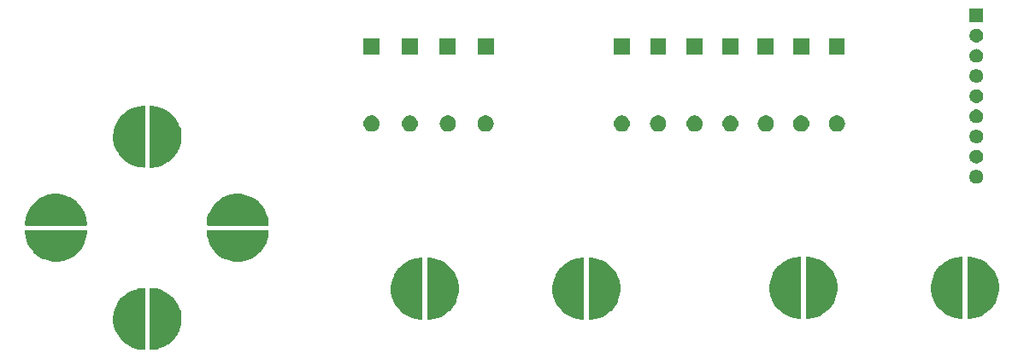
<source format=gbr>
G04 #@! TF.GenerationSoftware,KiCad,Pcbnew,5.0.2-5.fc29*
G04 #@! TF.CreationDate,2020-05-24T09:12:21-05:00*
G04 #@! TF.ProjectId,coleco_to_nes_selectable_v4,636f6c65-636f-45f7-946f-5f6e65735f73,rev?*
G04 #@! TF.SameCoordinates,Original*
G04 #@! TF.FileFunction,Soldermask,Top*
G04 #@! TF.FilePolarity,Negative*
%FSLAX46Y46*%
G04 Gerber Fmt 4.6, Leading zero omitted, Abs format (unit mm)*
G04 Created by KiCad (PCBNEW 5.0.2-5.fc29) date Sun 24 May 2020 09:12:21 AM CDT*
%MOMM*%
%LPD*%
G01*
G04 APERTURE LIST*
%ADD10C,0.100000*%
G04 APERTURE END LIST*
D10*
G36*
X103705417Y-89474827D02*
X103707128Y-89475050D01*
X103710177Y-89475408D01*
X103710481Y-89475440D01*
X103714267Y-89476317D01*
X103717357Y-89476992D01*
X103721497Y-89477841D01*
X103721517Y-89477848D01*
X103724565Y-89478834D01*
X103724831Y-89478916D01*
X103728249Y-89480460D01*
X103731296Y-89481788D01*
X103735102Y-89483386D01*
X103735124Y-89483399D01*
X103737978Y-89484991D01*
X103738195Y-89485108D01*
X103741208Y-89487262D01*
X103744029Y-89489220D01*
X103747391Y-89491486D01*
X103747393Y-89491488D01*
X103749972Y-89493681D01*
X103750104Y-89493790D01*
X103752630Y-89496480D01*
X103755069Y-89499006D01*
X103757885Y-89501840D01*
X103760038Y-89504558D01*
X103760075Y-89504604D01*
X103762011Y-89507706D01*
X103763945Y-89510708D01*
X103766157Y-89514037D01*
X103767760Y-89517160D01*
X103767766Y-89517171D01*
X103769052Y-89520571D01*
X103770396Y-89523972D01*
X103771903Y-89527629D01*
X103772870Y-89531016D01*
X103772948Y-89531274D01*
X103773973Y-89537220D01*
X103774541Y-89540285D01*
X103774957Y-89542383D01*
X103775246Y-89546064D01*
X103775288Y-89546536D01*
X103775605Y-89553040D01*
X103775605Y-95542904D01*
X103775086Y-95547342D01*
X103775085Y-95547374D01*
X103775380Y-95551779D01*
X103775294Y-95553237D01*
X103774861Y-95555314D01*
X103774214Y-95561459D01*
X103774213Y-95561571D01*
X103773506Y-95564905D01*
X103773354Y-95565633D01*
X103772693Y-95568843D01*
X103772660Y-95569155D01*
X103772391Y-95569788D01*
X103770571Y-95575668D01*
X103770541Y-95575812D01*
X103769226Y-95578882D01*
X103768901Y-95579647D01*
X103767644Y-95582635D01*
X103767566Y-95582887D01*
X103767166Y-95583474D01*
X103764241Y-95588884D01*
X103764163Y-95589069D01*
X103762375Y-95591678D01*
X103761793Y-95592535D01*
X103759942Y-95595284D01*
X103759883Y-95595394D01*
X103759385Y-95595885D01*
X103755484Y-95600600D01*
X103755389Y-95600741D01*
X103752894Y-95603184D01*
X103752260Y-95603809D01*
X103750068Y-95605986D01*
X103749929Y-95606154D01*
X103749371Y-95606522D01*
X103744587Y-95610423D01*
X103744476Y-95610533D01*
X103741901Y-95612218D01*
X103741150Y-95612714D01*
X103738231Y-95614654D01*
X103738071Y-95614785D01*
X103737443Y-95615041D01*
X103731985Y-95617943D01*
X103731889Y-95618007D01*
X103728997Y-95619176D01*
X103728235Y-95619487D01*
X103724982Y-95620827D01*
X103724758Y-95620946D01*
X103724097Y-95621075D01*
X103718184Y-95622860D01*
X103717989Y-95622941D01*
X103714768Y-95623552D01*
X103713728Y-95623754D01*
X103710652Y-95624365D01*
X103710515Y-95624407D01*
X103709807Y-95624404D01*
X103703673Y-95625006D01*
X103701868Y-95625364D01*
X103696945Y-95625605D01*
X103654613Y-95625605D01*
X103649648Y-95625080D01*
X103649532Y-95625079D01*
X103646967Y-95625309D01*
X103645648Y-95625231D01*
X103638733Y-95624455D01*
X103628077Y-95622452D01*
X103613755Y-95618871D01*
X103595634Y-95615735D01*
X103111916Y-95568306D01*
X103105592Y-95567305D01*
X103103032Y-95566761D01*
X103101326Y-95566410D01*
X103098496Y-95565849D01*
X103092511Y-95564357D01*
X102539607Y-95397426D01*
X102534517Y-95395343D01*
X102533745Y-95395114D01*
X102531723Y-95394725D01*
X102531598Y-95394662D01*
X102530839Y-95394383D01*
X102528457Y-95393362D01*
X102526853Y-95392688D01*
X102524166Y-95391580D01*
X102518596Y-95388959D01*
X102006393Y-95116616D01*
X102001176Y-95113264D01*
X102000344Y-95112854D01*
X102000112Y-95112767D01*
X101998518Y-95111675D01*
X101997055Y-95110689D01*
X101994626Y-95109075D01*
X101989684Y-95105432D01*
X101923168Y-95051182D01*
X101904020Y-95038313D01*
X101867722Y-95018514D01*
X101860150Y-95013652D01*
X101850184Y-95006195D01*
X101843370Y-95000292D01*
X101770901Y-94927823D01*
X101761517Y-94919343D01*
X101539858Y-94738562D01*
X101535146Y-94734231D01*
X101533273Y-94732319D01*
X101532058Y-94731095D01*
X101530052Y-94729103D01*
X101525891Y-94724546D01*
X101156526Y-94278061D01*
X101154021Y-94274388D01*
X101153461Y-94273727D01*
X101152840Y-94273125D01*
X101152136Y-94272163D01*
X101150701Y-94269970D01*
X101149731Y-94268510D01*
X101148124Y-94266127D01*
X101144924Y-94260844D01*
X100978609Y-93953251D01*
X100971427Y-93941553D01*
X100939438Y-93895345D01*
X100936430Y-93890556D01*
X100932573Y-93883758D01*
X100930015Y-93878740D01*
X100887976Y-93786253D01*
X100884136Y-93778525D01*
X100872478Y-93756964D01*
X100869817Y-93750771D01*
X100868440Y-93748224D01*
X100868437Y-93748220D01*
X100868435Y-93748215D01*
X100867945Y-93747294D01*
X100866886Y-93744672D01*
X100865340Y-93742462D01*
X100865192Y-93742096D01*
X100864537Y-93740507D01*
X100863395Y-93737790D01*
X100861281Y-93731980D01*
X100859299Y-93725577D01*
X100853688Y-93710823D01*
X100682443Y-93334083D01*
X100680165Y-93328336D01*
X100678099Y-93322275D01*
X100675545Y-93312037D01*
X100675059Y-93309035D01*
X100674510Y-93304684D01*
X100624833Y-92758244D01*
X100624640Y-92755412D01*
X100624460Y-92751430D01*
X100624395Y-92748558D01*
X100624395Y-92254164D01*
X100624953Y-92245797D01*
X100626492Y-92234304D01*
X100628153Y-92226098D01*
X100666361Y-92086000D01*
X100670250Y-92064441D01*
X100677225Y-91987807D01*
X100678362Y-91981975D01*
X100678381Y-91981777D01*
X100678446Y-91981068D01*
X100678446Y-91977806D01*
X100678615Y-91976686D01*
X100679143Y-91974112D01*
X100679478Y-91972417D01*
X100680021Y-91969569D01*
X100681471Y-91963578D01*
X100843092Y-91414439D01*
X100845527Y-91408312D01*
X100846498Y-91405012D01*
X100846499Y-91405005D01*
X100846502Y-91404998D01*
X100846802Y-91404002D01*
X100847822Y-91401576D01*
X100848302Y-91398873D01*
X100848526Y-91398341D01*
X100849194Y-91396719D01*
X100850269Y-91394057D01*
X100852862Y-91388447D01*
X100906984Y-91284920D01*
X100914793Y-91266537D01*
X100976958Y-91080042D01*
X100980136Y-91072272D01*
X100985222Y-91061874D01*
X100989400Y-91054599D01*
X101385385Y-90460623D01*
X101389084Y-90455625D01*
X101392534Y-90451413D01*
X101396876Y-90447066D01*
X101396912Y-90447022D01*
X101396956Y-90446986D01*
X101401296Y-90442641D01*
X101405612Y-90439099D01*
X101410644Y-90435370D01*
X101633414Y-90286857D01*
X101644424Y-90278607D01*
X101950980Y-90021377D01*
X101955698Y-90018191D01*
X101956287Y-90017709D01*
X101958880Y-90015124D01*
X101960113Y-90014207D01*
X101962300Y-90012754D01*
X101963768Y-90011764D01*
X101966102Y-90010166D01*
X101971359Y-90006931D01*
X102250994Y-89853200D01*
X102265775Y-89843662D01*
X102402186Y-89741354D01*
X102407315Y-89737887D01*
X102412214Y-89734915D01*
X102422879Y-89729750D01*
X102427413Y-89728060D01*
X102432820Y-89726320D01*
X102745768Y-89640971D01*
X102750675Y-89639524D01*
X103046058Y-89545822D01*
X103052114Y-89544535D01*
X103053578Y-89544071D01*
X103053587Y-89544067D01*
X103053597Y-89544065D01*
X103054588Y-89543758D01*
X103055246Y-89543628D01*
X103057904Y-89542485D01*
X103060232Y-89542024D01*
X103061935Y-89541674D01*
X103064780Y-89541069D01*
X103070876Y-89540082D01*
X103647768Y-89475373D01*
X103651223Y-89475193D01*
X103651693Y-89475168D01*
X103660640Y-89474668D01*
X103697493Y-89474411D01*
X103705417Y-89474827D01*
X103705417Y-89474827D01*
G37*
G36*
X104350352Y-89474920D02*
X104350468Y-89474921D01*
X104353033Y-89474691D01*
X104354352Y-89474769D01*
X104361267Y-89475545D01*
X104371923Y-89477548D01*
X104386245Y-89481129D01*
X104404366Y-89484265D01*
X104888084Y-89531694D01*
X104894408Y-89532695D01*
X104896968Y-89533239D01*
X104898674Y-89533590D01*
X104901504Y-89534151D01*
X104907489Y-89535643D01*
X105460393Y-89702574D01*
X105465483Y-89704657D01*
X105466255Y-89704886D01*
X105468277Y-89705275D01*
X105468402Y-89705338D01*
X105469161Y-89705617D01*
X105471543Y-89706638D01*
X105473147Y-89707312D01*
X105475834Y-89708420D01*
X105481404Y-89711041D01*
X105993607Y-89983384D01*
X105998824Y-89986736D01*
X105999656Y-89987146D01*
X105999888Y-89987233D01*
X106001482Y-89988325D01*
X106002945Y-89989311D01*
X106005374Y-89990925D01*
X106010316Y-89994568D01*
X106076832Y-90048818D01*
X106095980Y-90061687D01*
X106132278Y-90081486D01*
X106139850Y-90086348D01*
X106149816Y-90093805D01*
X106156630Y-90099708D01*
X106229099Y-90172177D01*
X106238483Y-90180657D01*
X106460142Y-90361438D01*
X106464854Y-90365769D01*
X106466727Y-90367681D01*
X106467942Y-90368905D01*
X106469948Y-90370897D01*
X106474109Y-90375454D01*
X106843474Y-90821939D01*
X106845979Y-90825612D01*
X106846539Y-90826273D01*
X106847160Y-90826875D01*
X106847864Y-90827837D01*
X106849299Y-90830030D01*
X106850269Y-90831490D01*
X106851876Y-90833873D01*
X106855076Y-90839156D01*
X107021391Y-91146749D01*
X107028573Y-91158447D01*
X107060562Y-91204655D01*
X107063570Y-91209444D01*
X107067427Y-91216242D01*
X107069985Y-91221260D01*
X107112024Y-91313747D01*
X107115864Y-91321475D01*
X107127522Y-91343036D01*
X107130183Y-91349229D01*
X107131560Y-91351776D01*
X107131563Y-91351780D01*
X107131565Y-91351785D01*
X107132055Y-91352706D01*
X107133114Y-91355328D01*
X107134660Y-91357538D01*
X107134808Y-91357904D01*
X107135463Y-91359493D01*
X107136605Y-91362210D01*
X107138719Y-91368020D01*
X107140701Y-91374423D01*
X107146312Y-91389177D01*
X107317557Y-91765917D01*
X107319835Y-91771664D01*
X107321901Y-91777725D01*
X107324455Y-91787963D01*
X107324941Y-91790965D01*
X107325490Y-91795316D01*
X107375167Y-92341756D01*
X107375360Y-92344588D01*
X107375540Y-92348570D01*
X107375605Y-92351420D01*
X107375605Y-92845836D01*
X107375047Y-92854203D01*
X107373508Y-92865696D01*
X107371847Y-92873902D01*
X107333639Y-93014000D01*
X107329750Y-93035559D01*
X107322775Y-93112193D01*
X107321638Y-93118025D01*
X107321619Y-93118223D01*
X107321554Y-93118932D01*
X107321554Y-93122194D01*
X107321385Y-93123314D01*
X107320857Y-93125888D01*
X107320522Y-93127583D01*
X107319979Y-93130431D01*
X107318529Y-93136422D01*
X107156908Y-93685561D01*
X107154473Y-93691688D01*
X107153502Y-93694988D01*
X107153501Y-93694995D01*
X107153498Y-93695002D01*
X107153198Y-93695998D01*
X107152178Y-93698424D01*
X107151698Y-93701127D01*
X107151474Y-93701659D01*
X107150806Y-93703281D01*
X107149731Y-93705943D01*
X107147138Y-93711553D01*
X107093016Y-93815080D01*
X107085207Y-93833463D01*
X107023042Y-94019958D01*
X107019864Y-94027728D01*
X107014778Y-94038126D01*
X107010600Y-94045401D01*
X106614615Y-94639377D01*
X106610916Y-94644375D01*
X106607466Y-94648587D01*
X106603124Y-94652934D01*
X106603088Y-94652978D01*
X106603044Y-94653014D01*
X106598704Y-94657359D01*
X106594388Y-94660901D01*
X106589356Y-94664630D01*
X106366586Y-94813143D01*
X106355576Y-94821393D01*
X106049020Y-95078623D01*
X106044302Y-95081809D01*
X106043713Y-95082291D01*
X106041120Y-95084876D01*
X106039887Y-95085793D01*
X106037700Y-95087246D01*
X106036232Y-95088236D01*
X106033898Y-95089834D01*
X106028641Y-95093069D01*
X105749006Y-95246800D01*
X105734225Y-95256338D01*
X105597814Y-95358646D01*
X105592685Y-95362113D01*
X105587786Y-95365085D01*
X105577121Y-95370250D01*
X105572587Y-95371940D01*
X105567180Y-95373680D01*
X105254232Y-95459029D01*
X105249325Y-95460476D01*
X104953942Y-95554178D01*
X104947886Y-95555465D01*
X104946422Y-95555929D01*
X104946413Y-95555933D01*
X104946403Y-95555935D01*
X104945412Y-95556242D01*
X104944754Y-95556372D01*
X104942096Y-95557515D01*
X104939768Y-95557976D01*
X104938065Y-95558326D01*
X104935220Y-95558931D01*
X104929124Y-95559918D01*
X104352232Y-95624627D01*
X104348777Y-95624807D01*
X104348307Y-95624832D01*
X104339360Y-95625332D01*
X104302507Y-95625589D01*
X104294583Y-95625173D01*
X104292872Y-95624950D01*
X104289823Y-95624592D01*
X104289519Y-95624560D01*
X104285733Y-95623683D01*
X104282643Y-95623008D01*
X104278503Y-95622159D01*
X104278483Y-95622152D01*
X104275435Y-95621166D01*
X104275169Y-95621084D01*
X104271751Y-95619540D01*
X104268704Y-95618212D01*
X104264898Y-95616614D01*
X104264876Y-95616601D01*
X104262022Y-95615009D01*
X104261805Y-95614892D01*
X104258792Y-95612738D01*
X104255971Y-95610780D01*
X104252609Y-95608514D01*
X104252607Y-95608512D01*
X104250028Y-95606319D01*
X104249896Y-95606210D01*
X104247370Y-95603520D01*
X104244931Y-95600994D01*
X104242115Y-95598160D01*
X104239962Y-95595442D01*
X104239925Y-95595396D01*
X104237989Y-95592294D01*
X104236055Y-95589292D01*
X104233842Y-95585961D01*
X104232240Y-95582840D01*
X104232234Y-95582828D01*
X104230948Y-95579429D01*
X104229604Y-95576028D01*
X104228097Y-95572371D01*
X104227130Y-95568984D01*
X104227052Y-95568726D01*
X104226027Y-95562780D01*
X104225459Y-95559715D01*
X104225043Y-95557617D01*
X104224754Y-95553936D01*
X104224712Y-95553464D01*
X104224395Y-95546960D01*
X104224395Y-89557096D01*
X104224914Y-89552658D01*
X104224915Y-89552626D01*
X104224620Y-89548221D01*
X104224706Y-89546763D01*
X104225139Y-89544686D01*
X104225786Y-89538541D01*
X104225787Y-89538429D01*
X104226494Y-89535095D01*
X104226646Y-89534367D01*
X104227307Y-89531157D01*
X104227340Y-89530845D01*
X104227609Y-89530212D01*
X104229429Y-89524332D01*
X104229459Y-89524188D01*
X104230774Y-89521118D01*
X104231099Y-89520353D01*
X104232356Y-89517365D01*
X104232434Y-89517113D01*
X104232834Y-89516526D01*
X104235759Y-89511116D01*
X104235837Y-89510931D01*
X104237625Y-89508322D01*
X104238207Y-89507465D01*
X104240058Y-89504716D01*
X104240117Y-89504606D01*
X104240615Y-89504115D01*
X104244516Y-89499400D01*
X104244610Y-89499261D01*
X104247123Y-89496800D01*
X104247752Y-89496180D01*
X104249931Y-89494016D01*
X104250072Y-89493845D01*
X104250629Y-89493478D01*
X104255413Y-89489577D01*
X104255524Y-89489467D01*
X104258099Y-89487782D01*
X104258850Y-89487286D01*
X104261769Y-89485346D01*
X104261929Y-89485215D01*
X104262557Y-89484959D01*
X104268015Y-89482057D01*
X104268111Y-89481993D01*
X104271003Y-89480824D01*
X104271765Y-89480513D01*
X104275018Y-89479173D01*
X104275242Y-89479054D01*
X104275903Y-89478925D01*
X104281816Y-89477140D01*
X104282011Y-89477059D01*
X104285232Y-89476448D01*
X104286272Y-89476246D01*
X104289348Y-89475635D01*
X104289485Y-89475593D01*
X104290193Y-89475596D01*
X104296327Y-89474994D01*
X104298132Y-89474636D01*
X104303055Y-89474395D01*
X104345387Y-89474395D01*
X104350352Y-89474920D01*
X104350352Y-89474920D01*
G37*
G36*
X131205417Y-86474827D02*
X131207128Y-86475050D01*
X131210177Y-86475408D01*
X131210481Y-86475440D01*
X131214267Y-86476317D01*
X131217357Y-86476992D01*
X131221497Y-86477841D01*
X131221517Y-86477848D01*
X131224565Y-86478834D01*
X131224831Y-86478916D01*
X131228249Y-86480460D01*
X131231296Y-86481788D01*
X131235102Y-86483386D01*
X131235124Y-86483399D01*
X131237978Y-86484991D01*
X131238195Y-86485108D01*
X131241208Y-86487262D01*
X131244029Y-86489220D01*
X131247391Y-86491486D01*
X131247393Y-86491488D01*
X131249972Y-86493681D01*
X131250104Y-86493790D01*
X131252630Y-86496480D01*
X131255069Y-86499006D01*
X131257885Y-86501840D01*
X131260038Y-86504558D01*
X131260075Y-86504604D01*
X131262011Y-86507706D01*
X131263945Y-86510708D01*
X131266157Y-86514037D01*
X131267760Y-86517160D01*
X131267766Y-86517171D01*
X131269052Y-86520571D01*
X131270396Y-86523972D01*
X131271903Y-86527629D01*
X131272870Y-86531016D01*
X131272948Y-86531274D01*
X131273973Y-86537220D01*
X131274541Y-86540285D01*
X131274957Y-86542383D01*
X131275246Y-86546064D01*
X131275288Y-86546536D01*
X131275605Y-86553040D01*
X131275605Y-92542904D01*
X131275086Y-92547342D01*
X131275085Y-92547374D01*
X131275380Y-92551779D01*
X131275294Y-92553237D01*
X131274861Y-92555314D01*
X131274214Y-92561459D01*
X131274213Y-92561571D01*
X131273506Y-92564905D01*
X131273354Y-92565633D01*
X131272693Y-92568843D01*
X131272660Y-92569155D01*
X131272391Y-92569788D01*
X131270571Y-92575668D01*
X131270541Y-92575812D01*
X131269226Y-92578882D01*
X131268901Y-92579647D01*
X131267644Y-92582635D01*
X131267566Y-92582887D01*
X131267166Y-92583474D01*
X131264241Y-92588884D01*
X131264163Y-92589069D01*
X131262375Y-92591678D01*
X131261793Y-92592535D01*
X131259942Y-92595284D01*
X131259883Y-92595394D01*
X131259385Y-92595885D01*
X131255484Y-92600600D01*
X131255389Y-92600741D01*
X131252894Y-92603184D01*
X131252260Y-92603809D01*
X131250068Y-92605986D01*
X131249929Y-92606154D01*
X131249371Y-92606522D01*
X131244587Y-92610423D01*
X131244476Y-92610533D01*
X131241901Y-92612218D01*
X131241150Y-92612714D01*
X131238231Y-92614654D01*
X131238071Y-92614785D01*
X131237443Y-92615041D01*
X131231985Y-92617943D01*
X131231889Y-92618007D01*
X131228997Y-92619176D01*
X131228235Y-92619487D01*
X131224982Y-92620827D01*
X131224758Y-92620946D01*
X131224097Y-92621075D01*
X131218184Y-92622860D01*
X131217989Y-92622941D01*
X131214768Y-92623552D01*
X131213728Y-92623754D01*
X131210652Y-92624365D01*
X131210515Y-92624407D01*
X131209807Y-92624404D01*
X131203673Y-92625006D01*
X131201868Y-92625364D01*
X131196945Y-92625605D01*
X131154613Y-92625605D01*
X131149648Y-92625080D01*
X131149532Y-92625079D01*
X131146967Y-92625309D01*
X131145648Y-92625231D01*
X131138733Y-92624455D01*
X131128077Y-92622452D01*
X131113755Y-92618871D01*
X131095634Y-92615735D01*
X130611916Y-92568306D01*
X130605592Y-92567305D01*
X130603032Y-92566761D01*
X130601326Y-92566410D01*
X130598496Y-92565849D01*
X130592511Y-92564357D01*
X130039607Y-92397426D01*
X130034517Y-92395343D01*
X130033745Y-92395114D01*
X130031723Y-92394725D01*
X130031598Y-92394662D01*
X130030839Y-92394383D01*
X130028457Y-92393362D01*
X130026853Y-92392688D01*
X130024166Y-92391580D01*
X130018596Y-92388959D01*
X129506393Y-92116616D01*
X129501176Y-92113264D01*
X129500344Y-92112854D01*
X129500112Y-92112767D01*
X129498518Y-92111675D01*
X129497055Y-92110689D01*
X129494626Y-92109075D01*
X129489684Y-92105432D01*
X129423168Y-92051182D01*
X129404020Y-92038313D01*
X129367722Y-92018514D01*
X129360150Y-92013652D01*
X129350184Y-92006195D01*
X129343370Y-92000292D01*
X129270901Y-91927823D01*
X129261517Y-91919343D01*
X129039858Y-91738562D01*
X129035146Y-91734231D01*
X129033273Y-91732319D01*
X129032058Y-91731095D01*
X129030052Y-91729103D01*
X129025891Y-91724546D01*
X128656526Y-91278061D01*
X128654021Y-91274388D01*
X128653461Y-91273727D01*
X128652840Y-91273125D01*
X128652136Y-91272163D01*
X128650701Y-91269970D01*
X128649731Y-91268510D01*
X128648124Y-91266127D01*
X128644924Y-91260844D01*
X128478609Y-90953251D01*
X128471427Y-90941553D01*
X128439438Y-90895345D01*
X128436430Y-90890556D01*
X128432573Y-90883758D01*
X128430015Y-90878740D01*
X128387976Y-90786253D01*
X128384136Y-90778525D01*
X128372478Y-90756964D01*
X128369817Y-90750771D01*
X128368440Y-90748224D01*
X128368437Y-90748220D01*
X128368435Y-90748215D01*
X128367945Y-90747294D01*
X128366886Y-90744672D01*
X128365340Y-90742462D01*
X128365192Y-90742096D01*
X128364537Y-90740507D01*
X128363395Y-90737790D01*
X128361281Y-90731980D01*
X128359299Y-90725577D01*
X128353688Y-90710823D01*
X128182443Y-90334083D01*
X128180165Y-90328336D01*
X128178099Y-90322275D01*
X128175545Y-90312037D01*
X128175059Y-90309035D01*
X128174510Y-90304684D01*
X128124833Y-89758244D01*
X128124640Y-89755412D01*
X128124460Y-89751430D01*
X128124395Y-89748580D01*
X128124395Y-89254164D01*
X128124953Y-89245797D01*
X128126492Y-89234304D01*
X128128153Y-89226098D01*
X128166361Y-89086000D01*
X128170250Y-89064441D01*
X128177225Y-88987807D01*
X128178362Y-88981975D01*
X128178381Y-88981777D01*
X128178446Y-88981068D01*
X128178446Y-88977806D01*
X128178615Y-88976686D01*
X128179143Y-88974112D01*
X128179478Y-88972417D01*
X128180021Y-88969569D01*
X128181471Y-88963578D01*
X128343092Y-88414439D01*
X128345527Y-88408312D01*
X128346498Y-88405012D01*
X128346499Y-88405005D01*
X128346502Y-88404998D01*
X128346802Y-88404002D01*
X128347822Y-88401576D01*
X128348302Y-88398873D01*
X128348526Y-88398341D01*
X128349194Y-88396719D01*
X128350269Y-88394057D01*
X128352862Y-88388447D01*
X128406984Y-88284920D01*
X128414793Y-88266537D01*
X128476958Y-88080042D01*
X128480136Y-88072272D01*
X128485222Y-88061874D01*
X128489400Y-88054599D01*
X128885385Y-87460623D01*
X128889084Y-87455625D01*
X128892534Y-87451413D01*
X128896876Y-87447066D01*
X128896912Y-87447022D01*
X128896956Y-87446986D01*
X128901296Y-87442641D01*
X128905612Y-87439099D01*
X128910644Y-87435370D01*
X129133414Y-87286857D01*
X129144424Y-87278607D01*
X129450980Y-87021377D01*
X129455698Y-87018191D01*
X129456287Y-87017709D01*
X129458880Y-87015124D01*
X129460113Y-87014207D01*
X129462300Y-87012754D01*
X129463768Y-87011764D01*
X129466102Y-87010166D01*
X129471359Y-87006931D01*
X129750994Y-86853200D01*
X129765775Y-86843662D01*
X129902186Y-86741354D01*
X129907315Y-86737887D01*
X129912214Y-86734915D01*
X129922879Y-86729750D01*
X129927413Y-86728060D01*
X129932820Y-86726320D01*
X130245768Y-86640971D01*
X130250675Y-86639524D01*
X130546058Y-86545822D01*
X130552114Y-86544535D01*
X130553578Y-86544071D01*
X130553587Y-86544067D01*
X130553597Y-86544065D01*
X130554588Y-86543758D01*
X130555246Y-86543628D01*
X130557904Y-86542485D01*
X130560232Y-86542024D01*
X130561935Y-86541674D01*
X130564780Y-86541069D01*
X130570876Y-86540082D01*
X131147768Y-86475373D01*
X131151223Y-86475193D01*
X131151693Y-86475168D01*
X131160640Y-86474668D01*
X131197493Y-86474411D01*
X131205417Y-86474827D01*
X131205417Y-86474827D01*
G37*
G36*
X147205417Y-86474827D02*
X147207128Y-86475050D01*
X147210177Y-86475408D01*
X147210481Y-86475440D01*
X147214267Y-86476317D01*
X147217357Y-86476992D01*
X147221497Y-86477841D01*
X147221517Y-86477848D01*
X147224565Y-86478834D01*
X147224831Y-86478916D01*
X147228249Y-86480460D01*
X147231296Y-86481788D01*
X147235102Y-86483386D01*
X147235124Y-86483399D01*
X147237978Y-86484991D01*
X147238195Y-86485108D01*
X147241208Y-86487262D01*
X147244029Y-86489220D01*
X147247391Y-86491486D01*
X147247393Y-86491488D01*
X147249972Y-86493681D01*
X147250104Y-86493790D01*
X147252630Y-86496480D01*
X147255069Y-86499006D01*
X147257885Y-86501840D01*
X147260038Y-86504558D01*
X147260075Y-86504604D01*
X147262011Y-86507706D01*
X147263945Y-86510708D01*
X147266157Y-86514037D01*
X147267760Y-86517160D01*
X147267766Y-86517171D01*
X147269052Y-86520571D01*
X147270396Y-86523972D01*
X147271903Y-86527629D01*
X147272870Y-86531016D01*
X147272948Y-86531274D01*
X147273973Y-86537220D01*
X147274541Y-86540285D01*
X147274957Y-86542383D01*
X147275246Y-86546064D01*
X147275288Y-86546536D01*
X147275605Y-86553040D01*
X147275605Y-92542904D01*
X147275086Y-92547342D01*
X147275085Y-92547374D01*
X147275380Y-92551779D01*
X147275294Y-92553237D01*
X147274861Y-92555314D01*
X147274214Y-92561459D01*
X147274213Y-92561571D01*
X147273506Y-92564905D01*
X147273354Y-92565633D01*
X147272693Y-92568843D01*
X147272660Y-92569155D01*
X147272391Y-92569788D01*
X147270571Y-92575668D01*
X147270541Y-92575812D01*
X147269226Y-92578882D01*
X147268901Y-92579647D01*
X147267644Y-92582635D01*
X147267566Y-92582887D01*
X147267166Y-92583474D01*
X147264241Y-92588884D01*
X147264163Y-92589069D01*
X147262375Y-92591678D01*
X147261793Y-92592535D01*
X147259942Y-92595284D01*
X147259883Y-92595394D01*
X147259385Y-92595885D01*
X147255484Y-92600600D01*
X147255389Y-92600741D01*
X147252894Y-92603184D01*
X147252260Y-92603809D01*
X147250068Y-92605986D01*
X147249929Y-92606154D01*
X147249371Y-92606522D01*
X147244587Y-92610423D01*
X147244476Y-92610533D01*
X147241901Y-92612218D01*
X147241150Y-92612714D01*
X147238231Y-92614654D01*
X147238071Y-92614785D01*
X147237443Y-92615041D01*
X147231985Y-92617943D01*
X147231889Y-92618007D01*
X147228997Y-92619176D01*
X147228235Y-92619487D01*
X147224982Y-92620827D01*
X147224758Y-92620946D01*
X147224097Y-92621075D01*
X147218184Y-92622860D01*
X147217989Y-92622941D01*
X147214768Y-92623552D01*
X147213728Y-92623754D01*
X147210652Y-92624365D01*
X147210515Y-92624407D01*
X147209807Y-92624404D01*
X147203673Y-92625006D01*
X147201868Y-92625364D01*
X147196945Y-92625605D01*
X147154613Y-92625605D01*
X147149648Y-92625080D01*
X147149532Y-92625079D01*
X147146967Y-92625309D01*
X147145648Y-92625231D01*
X147138733Y-92624455D01*
X147128077Y-92622452D01*
X147113755Y-92618871D01*
X147095634Y-92615735D01*
X146611916Y-92568306D01*
X146605592Y-92567305D01*
X146603032Y-92566761D01*
X146601326Y-92566410D01*
X146598496Y-92565849D01*
X146592511Y-92564357D01*
X146039607Y-92397426D01*
X146034517Y-92395343D01*
X146033745Y-92395114D01*
X146031723Y-92394725D01*
X146031598Y-92394662D01*
X146030839Y-92394383D01*
X146028457Y-92393362D01*
X146026853Y-92392688D01*
X146024166Y-92391580D01*
X146018596Y-92388959D01*
X145506393Y-92116616D01*
X145501176Y-92113264D01*
X145500344Y-92112854D01*
X145500112Y-92112767D01*
X145498518Y-92111675D01*
X145497055Y-92110689D01*
X145494626Y-92109075D01*
X145489684Y-92105432D01*
X145423168Y-92051182D01*
X145404020Y-92038313D01*
X145367722Y-92018514D01*
X145360150Y-92013652D01*
X145350184Y-92006195D01*
X145343370Y-92000292D01*
X145270901Y-91927823D01*
X145261517Y-91919343D01*
X145039858Y-91738562D01*
X145035146Y-91734231D01*
X145033273Y-91732319D01*
X145032058Y-91731095D01*
X145030052Y-91729103D01*
X145025891Y-91724546D01*
X144656526Y-91278061D01*
X144654021Y-91274388D01*
X144653461Y-91273727D01*
X144652840Y-91273125D01*
X144652136Y-91272163D01*
X144650701Y-91269970D01*
X144649731Y-91268510D01*
X144648124Y-91266127D01*
X144644924Y-91260844D01*
X144478609Y-90953251D01*
X144471427Y-90941553D01*
X144439438Y-90895345D01*
X144436430Y-90890556D01*
X144432573Y-90883758D01*
X144430015Y-90878740D01*
X144387976Y-90786253D01*
X144384136Y-90778525D01*
X144372478Y-90756964D01*
X144369817Y-90750771D01*
X144368440Y-90748224D01*
X144368437Y-90748220D01*
X144368435Y-90748215D01*
X144367945Y-90747294D01*
X144366886Y-90744672D01*
X144365340Y-90742462D01*
X144365192Y-90742096D01*
X144364537Y-90740507D01*
X144363395Y-90737790D01*
X144361281Y-90731980D01*
X144359299Y-90725577D01*
X144353688Y-90710823D01*
X144182443Y-90334083D01*
X144180165Y-90328336D01*
X144178099Y-90322275D01*
X144175545Y-90312037D01*
X144175059Y-90309035D01*
X144174510Y-90304684D01*
X144124833Y-89758244D01*
X144124640Y-89755412D01*
X144124460Y-89751430D01*
X144124395Y-89748580D01*
X144124395Y-89254164D01*
X144124953Y-89245797D01*
X144126492Y-89234304D01*
X144128153Y-89226098D01*
X144166361Y-89086000D01*
X144170250Y-89064441D01*
X144177225Y-88987807D01*
X144178362Y-88981975D01*
X144178381Y-88981777D01*
X144178446Y-88981068D01*
X144178446Y-88977806D01*
X144178615Y-88976686D01*
X144179143Y-88974112D01*
X144179478Y-88972417D01*
X144180021Y-88969569D01*
X144181471Y-88963578D01*
X144343092Y-88414439D01*
X144345527Y-88408312D01*
X144346498Y-88405012D01*
X144346499Y-88405005D01*
X144346502Y-88404998D01*
X144346802Y-88404002D01*
X144347822Y-88401576D01*
X144348302Y-88398873D01*
X144348526Y-88398341D01*
X144349194Y-88396719D01*
X144350269Y-88394057D01*
X144352862Y-88388447D01*
X144406984Y-88284920D01*
X144414793Y-88266537D01*
X144476958Y-88080042D01*
X144480136Y-88072272D01*
X144485222Y-88061874D01*
X144489400Y-88054599D01*
X144885385Y-87460623D01*
X144889084Y-87455625D01*
X144892534Y-87451413D01*
X144896876Y-87447066D01*
X144896912Y-87447022D01*
X144896956Y-87446986D01*
X144901296Y-87442641D01*
X144905612Y-87439099D01*
X144910644Y-87435370D01*
X145133414Y-87286857D01*
X145144424Y-87278607D01*
X145450980Y-87021377D01*
X145455698Y-87018191D01*
X145456287Y-87017709D01*
X145458880Y-87015124D01*
X145460113Y-87014207D01*
X145462300Y-87012754D01*
X145463768Y-87011764D01*
X145466102Y-87010166D01*
X145471359Y-87006931D01*
X145750994Y-86853200D01*
X145765775Y-86843662D01*
X145902186Y-86741354D01*
X145907315Y-86737887D01*
X145912214Y-86734915D01*
X145922879Y-86729750D01*
X145927413Y-86728060D01*
X145932820Y-86726320D01*
X146245768Y-86640971D01*
X146250675Y-86639524D01*
X146546058Y-86545822D01*
X146552114Y-86544535D01*
X146553578Y-86544071D01*
X146553587Y-86544067D01*
X146553597Y-86544065D01*
X146554588Y-86543758D01*
X146555246Y-86543628D01*
X146557904Y-86542485D01*
X146560232Y-86542024D01*
X146561935Y-86541674D01*
X146564780Y-86541069D01*
X146570876Y-86540082D01*
X147147768Y-86475373D01*
X147151223Y-86475193D01*
X147151693Y-86475168D01*
X147160640Y-86474668D01*
X147197493Y-86474411D01*
X147205417Y-86474827D01*
X147205417Y-86474827D01*
G37*
G36*
X131850352Y-86474920D02*
X131850468Y-86474921D01*
X131853033Y-86474691D01*
X131854352Y-86474769D01*
X131861267Y-86475545D01*
X131871923Y-86477548D01*
X131886245Y-86481129D01*
X131904366Y-86484265D01*
X132388084Y-86531694D01*
X132394408Y-86532695D01*
X132396968Y-86533239D01*
X132398674Y-86533590D01*
X132401504Y-86534151D01*
X132407489Y-86535643D01*
X132960393Y-86702574D01*
X132965483Y-86704657D01*
X132966255Y-86704886D01*
X132968277Y-86705275D01*
X132968402Y-86705338D01*
X132969161Y-86705617D01*
X132971543Y-86706638D01*
X132973147Y-86707312D01*
X132975834Y-86708420D01*
X132981404Y-86711041D01*
X133493607Y-86983384D01*
X133498824Y-86986736D01*
X133499656Y-86987146D01*
X133499888Y-86987233D01*
X133501482Y-86988325D01*
X133502945Y-86989311D01*
X133505374Y-86990925D01*
X133510316Y-86994568D01*
X133576832Y-87048818D01*
X133595980Y-87061687D01*
X133632278Y-87081486D01*
X133639850Y-87086348D01*
X133649816Y-87093805D01*
X133656630Y-87099708D01*
X133729099Y-87172177D01*
X133738483Y-87180657D01*
X133960142Y-87361438D01*
X133964854Y-87365769D01*
X133966727Y-87367681D01*
X133967942Y-87368905D01*
X133969948Y-87370897D01*
X133974109Y-87375454D01*
X134343474Y-87821939D01*
X134345979Y-87825612D01*
X134346539Y-87826273D01*
X134347160Y-87826875D01*
X134347864Y-87827837D01*
X134349299Y-87830030D01*
X134350269Y-87831490D01*
X134351876Y-87833873D01*
X134355076Y-87839156D01*
X134521391Y-88146749D01*
X134528573Y-88158447D01*
X134560562Y-88204655D01*
X134563570Y-88209444D01*
X134567427Y-88216242D01*
X134569985Y-88221260D01*
X134612024Y-88313747D01*
X134615864Y-88321475D01*
X134627522Y-88343036D01*
X134630183Y-88349229D01*
X134631560Y-88351776D01*
X134631563Y-88351780D01*
X134631565Y-88351785D01*
X134632055Y-88352706D01*
X134633114Y-88355328D01*
X134634660Y-88357538D01*
X134634808Y-88357904D01*
X134635463Y-88359493D01*
X134636605Y-88362210D01*
X134638719Y-88368020D01*
X134640701Y-88374423D01*
X134646312Y-88389177D01*
X134817557Y-88765917D01*
X134819835Y-88771664D01*
X134821901Y-88777725D01*
X134824455Y-88787963D01*
X134824941Y-88790965D01*
X134825490Y-88795316D01*
X134875167Y-89341756D01*
X134875360Y-89344588D01*
X134875540Y-89348570D01*
X134875605Y-89351416D01*
X134875605Y-89845836D01*
X134875047Y-89854203D01*
X134873508Y-89865696D01*
X134871847Y-89873902D01*
X134833639Y-90014000D01*
X134829750Y-90035559D01*
X134822775Y-90112193D01*
X134821638Y-90118025D01*
X134821619Y-90118223D01*
X134821554Y-90118932D01*
X134821554Y-90122194D01*
X134821385Y-90123314D01*
X134820857Y-90125888D01*
X134820522Y-90127583D01*
X134819979Y-90130431D01*
X134818529Y-90136422D01*
X134656908Y-90685561D01*
X134654473Y-90691688D01*
X134653502Y-90694988D01*
X134653501Y-90694995D01*
X134653498Y-90695002D01*
X134653198Y-90695998D01*
X134652178Y-90698424D01*
X134651698Y-90701127D01*
X134651474Y-90701659D01*
X134650806Y-90703281D01*
X134649731Y-90705943D01*
X134647138Y-90711553D01*
X134593016Y-90815080D01*
X134585207Y-90833463D01*
X134523042Y-91019958D01*
X134519864Y-91027728D01*
X134514778Y-91038126D01*
X134510600Y-91045401D01*
X134114615Y-91639377D01*
X134110916Y-91644375D01*
X134107466Y-91648587D01*
X134103124Y-91652934D01*
X134103088Y-91652978D01*
X134103044Y-91653014D01*
X134098704Y-91657359D01*
X134094388Y-91660901D01*
X134089356Y-91664630D01*
X133866586Y-91813143D01*
X133855576Y-91821393D01*
X133549020Y-92078623D01*
X133544302Y-92081809D01*
X133543713Y-92082291D01*
X133541120Y-92084876D01*
X133539887Y-92085793D01*
X133537700Y-92087246D01*
X133536232Y-92088236D01*
X133533898Y-92089834D01*
X133528641Y-92093069D01*
X133249006Y-92246800D01*
X133234225Y-92256338D01*
X133097814Y-92358646D01*
X133092685Y-92362113D01*
X133087786Y-92365085D01*
X133077121Y-92370250D01*
X133072587Y-92371940D01*
X133067180Y-92373680D01*
X132754232Y-92459029D01*
X132749325Y-92460476D01*
X132453942Y-92554178D01*
X132447886Y-92555465D01*
X132446422Y-92555929D01*
X132446413Y-92555933D01*
X132446403Y-92555935D01*
X132445412Y-92556242D01*
X132444754Y-92556372D01*
X132442096Y-92557515D01*
X132439768Y-92557976D01*
X132438065Y-92558326D01*
X132435220Y-92558931D01*
X132429124Y-92559918D01*
X131852232Y-92624627D01*
X131848777Y-92624807D01*
X131848307Y-92624832D01*
X131839360Y-92625332D01*
X131802507Y-92625589D01*
X131794583Y-92625173D01*
X131792872Y-92624950D01*
X131789823Y-92624592D01*
X131789519Y-92624560D01*
X131785733Y-92623683D01*
X131782643Y-92623008D01*
X131778503Y-92622159D01*
X131778483Y-92622152D01*
X131775435Y-92621166D01*
X131775169Y-92621084D01*
X131771751Y-92619540D01*
X131768704Y-92618212D01*
X131764898Y-92616614D01*
X131764876Y-92616601D01*
X131762022Y-92615009D01*
X131761805Y-92614892D01*
X131758792Y-92612738D01*
X131755971Y-92610780D01*
X131752609Y-92608514D01*
X131752607Y-92608512D01*
X131750028Y-92606319D01*
X131749896Y-92606210D01*
X131747370Y-92603520D01*
X131744931Y-92600994D01*
X131742115Y-92598160D01*
X131739962Y-92595442D01*
X131739925Y-92595396D01*
X131737989Y-92592294D01*
X131736055Y-92589292D01*
X131733842Y-92585961D01*
X131732240Y-92582840D01*
X131732234Y-92582828D01*
X131730948Y-92579429D01*
X131729604Y-92576028D01*
X131728097Y-92572371D01*
X131727130Y-92568984D01*
X131727052Y-92568726D01*
X131726027Y-92562780D01*
X131725459Y-92559715D01*
X131725043Y-92557617D01*
X131724754Y-92553936D01*
X131724712Y-92553464D01*
X131724395Y-92546960D01*
X131724395Y-86557096D01*
X131724914Y-86552658D01*
X131724915Y-86552626D01*
X131724620Y-86548221D01*
X131724706Y-86546763D01*
X131725139Y-86544686D01*
X131725786Y-86538541D01*
X131725787Y-86538429D01*
X131726494Y-86535095D01*
X131726646Y-86534367D01*
X131727307Y-86531157D01*
X131727340Y-86530845D01*
X131727609Y-86530212D01*
X131729429Y-86524332D01*
X131729459Y-86524188D01*
X131730774Y-86521118D01*
X131731099Y-86520353D01*
X131732356Y-86517365D01*
X131732434Y-86517113D01*
X131732834Y-86516526D01*
X131735759Y-86511116D01*
X131735837Y-86510931D01*
X131737625Y-86508322D01*
X131738207Y-86507465D01*
X131740058Y-86504716D01*
X131740117Y-86504606D01*
X131740615Y-86504115D01*
X131744516Y-86499400D01*
X131744610Y-86499261D01*
X131747123Y-86496800D01*
X131747752Y-86496180D01*
X131749931Y-86494016D01*
X131750072Y-86493845D01*
X131750629Y-86493478D01*
X131755413Y-86489577D01*
X131755524Y-86489467D01*
X131758099Y-86487782D01*
X131758850Y-86487286D01*
X131761769Y-86485346D01*
X131761929Y-86485215D01*
X131762557Y-86484959D01*
X131768015Y-86482057D01*
X131768111Y-86481993D01*
X131771003Y-86480824D01*
X131771765Y-86480513D01*
X131775018Y-86479173D01*
X131775242Y-86479054D01*
X131775903Y-86478925D01*
X131781816Y-86477140D01*
X131782011Y-86477059D01*
X131785232Y-86476448D01*
X131786272Y-86476246D01*
X131789348Y-86475635D01*
X131789485Y-86475593D01*
X131790193Y-86475596D01*
X131796327Y-86474994D01*
X131798132Y-86474636D01*
X131803055Y-86474395D01*
X131845387Y-86474395D01*
X131850352Y-86474920D01*
X131850352Y-86474920D01*
G37*
G36*
X147850352Y-86474920D02*
X147850468Y-86474921D01*
X147853033Y-86474691D01*
X147854352Y-86474769D01*
X147861267Y-86475545D01*
X147871923Y-86477548D01*
X147886245Y-86481129D01*
X147904366Y-86484265D01*
X148388084Y-86531694D01*
X148394408Y-86532695D01*
X148396968Y-86533239D01*
X148398674Y-86533590D01*
X148401504Y-86534151D01*
X148407489Y-86535643D01*
X148960393Y-86702574D01*
X148965483Y-86704657D01*
X148966255Y-86704886D01*
X148968277Y-86705275D01*
X148968402Y-86705338D01*
X148969161Y-86705617D01*
X148971543Y-86706638D01*
X148973147Y-86707312D01*
X148975834Y-86708420D01*
X148981404Y-86711041D01*
X149493607Y-86983384D01*
X149498824Y-86986736D01*
X149499656Y-86987146D01*
X149499888Y-86987233D01*
X149501482Y-86988325D01*
X149502945Y-86989311D01*
X149505374Y-86990925D01*
X149510316Y-86994568D01*
X149576832Y-87048818D01*
X149595980Y-87061687D01*
X149632278Y-87081486D01*
X149639850Y-87086348D01*
X149649816Y-87093805D01*
X149656630Y-87099708D01*
X149729099Y-87172177D01*
X149738483Y-87180657D01*
X149960142Y-87361438D01*
X149964854Y-87365769D01*
X149966727Y-87367681D01*
X149967942Y-87368905D01*
X149969948Y-87370897D01*
X149974109Y-87375454D01*
X150343474Y-87821939D01*
X150345979Y-87825612D01*
X150346539Y-87826273D01*
X150347160Y-87826875D01*
X150347864Y-87827837D01*
X150349299Y-87830030D01*
X150350269Y-87831490D01*
X150351876Y-87833873D01*
X150355076Y-87839156D01*
X150521391Y-88146749D01*
X150528573Y-88158447D01*
X150560562Y-88204655D01*
X150563570Y-88209444D01*
X150567427Y-88216242D01*
X150569985Y-88221260D01*
X150612024Y-88313747D01*
X150615864Y-88321475D01*
X150627522Y-88343036D01*
X150630183Y-88349229D01*
X150631560Y-88351776D01*
X150631563Y-88351780D01*
X150631565Y-88351785D01*
X150632055Y-88352706D01*
X150633114Y-88355328D01*
X150634660Y-88357538D01*
X150634808Y-88357904D01*
X150635463Y-88359493D01*
X150636605Y-88362210D01*
X150638719Y-88368020D01*
X150640701Y-88374423D01*
X150646312Y-88389177D01*
X150817557Y-88765917D01*
X150819835Y-88771664D01*
X150821901Y-88777725D01*
X150824455Y-88787963D01*
X150824941Y-88790965D01*
X150825490Y-88795316D01*
X150875167Y-89341756D01*
X150875360Y-89344588D01*
X150875540Y-89348570D01*
X150875605Y-89351416D01*
X150875605Y-89845836D01*
X150875047Y-89854203D01*
X150873508Y-89865696D01*
X150871847Y-89873902D01*
X150833639Y-90014000D01*
X150829750Y-90035559D01*
X150822775Y-90112193D01*
X150821638Y-90118025D01*
X150821619Y-90118223D01*
X150821554Y-90118932D01*
X150821554Y-90122194D01*
X150821385Y-90123314D01*
X150820857Y-90125888D01*
X150820522Y-90127583D01*
X150819979Y-90130431D01*
X150818529Y-90136422D01*
X150656908Y-90685561D01*
X150654473Y-90691688D01*
X150653502Y-90694988D01*
X150653501Y-90694995D01*
X150653498Y-90695002D01*
X150653198Y-90695998D01*
X150652178Y-90698424D01*
X150651698Y-90701127D01*
X150651474Y-90701659D01*
X150650806Y-90703281D01*
X150649731Y-90705943D01*
X150647138Y-90711553D01*
X150593016Y-90815080D01*
X150585207Y-90833463D01*
X150523042Y-91019958D01*
X150519864Y-91027728D01*
X150514778Y-91038126D01*
X150510600Y-91045401D01*
X150114615Y-91639377D01*
X150110916Y-91644375D01*
X150107466Y-91648587D01*
X150103124Y-91652934D01*
X150103088Y-91652978D01*
X150103044Y-91653014D01*
X150098704Y-91657359D01*
X150094388Y-91660901D01*
X150089356Y-91664630D01*
X149866586Y-91813143D01*
X149855576Y-91821393D01*
X149549020Y-92078623D01*
X149544302Y-92081809D01*
X149543713Y-92082291D01*
X149541120Y-92084876D01*
X149539887Y-92085793D01*
X149537700Y-92087246D01*
X149536232Y-92088236D01*
X149533898Y-92089834D01*
X149528641Y-92093069D01*
X149249006Y-92246800D01*
X149234225Y-92256338D01*
X149097814Y-92358646D01*
X149092685Y-92362113D01*
X149087786Y-92365085D01*
X149077121Y-92370250D01*
X149072587Y-92371940D01*
X149067180Y-92373680D01*
X148754232Y-92459029D01*
X148749325Y-92460476D01*
X148453942Y-92554178D01*
X148447886Y-92555465D01*
X148446422Y-92555929D01*
X148446413Y-92555933D01*
X148446403Y-92555935D01*
X148445412Y-92556242D01*
X148444754Y-92556372D01*
X148442096Y-92557515D01*
X148439768Y-92557976D01*
X148438065Y-92558326D01*
X148435220Y-92558931D01*
X148429124Y-92559918D01*
X147852232Y-92624627D01*
X147848777Y-92624807D01*
X147848307Y-92624832D01*
X147839360Y-92625332D01*
X147802507Y-92625589D01*
X147794583Y-92625173D01*
X147792872Y-92624950D01*
X147789823Y-92624592D01*
X147789519Y-92624560D01*
X147785733Y-92623683D01*
X147782643Y-92623008D01*
X147778503Y-92622159D01*
X147778483Y-92622152D01*
X147775435Y-92621166D01*
X147775169Y-92621084D01*
X147771751Y-92619540D01*
X147768704Y-92618212D01*
X147764898Y-92616614D01*
X147764876Y-92616601D01*
X147762022Y-92615009D01*
X147761805Y-92614892D01*
X147758792Y-92612738D01*
X147755971Y-92610780D01*
X147752609Y-92608514D01*
X147752607Y-92608512D01*
X147750028Y-92606319D01*
X147749896Y-92606210D01*
X147747370Y-92603520D01*
X147744931Y-92600994D01*
X147742115Y-92598160D01*
X147739962Y-92595442D01*
X147739925Y-92595396D01*
X147737989Y-92592294D01*
X147736055Y-92589292D01*
X147733842Y-92585961D01*
X147732240Y-92582840D01*
X147732234Y-92582828D01*
X147730948Y-92579429D01*
X147729604Y-92576028D01*
X147728097Y-92572371D01*
X147727130Y-92568984D01*
X147727052Y-92568726D01*
X147726027Y-92562780D01*
X147725459Y-92559715D01*
X147725043Y-92557617D01*
X147724754Y-92553936D01*
X147724712Y-92553464D01*
X147724395Y-92546960D01*
X147724395Y-86557096D01*
X147724914Y-86552658D01*
X147724915Y-86552626D01*
X147724620Y-86548221D01*
X147724706Y-86546763D01*
X147725139Y-86544686D01*
X147725786Y-86538541D01*
X147725787Y-86538429D01*
X147726494Y-86535095D01*
X147726646Y-86534367D01*
X147727307Y-86531157D01*
X147727340Y-86530845D01*
X147727609Y-86530212D01*
X147729429Y-86524332D01*
X147729459Y-86524188D01*
X147730774Y-86521118D01*
X147731099Y-86520353D01*
X147732356Y-86517365D01*
X147732434Y-86517113D01*
X147732834Y-86516526D01*
X147735759Y-86511116D01*
X147735837Y-86510931D01*
X147737625Y-86508322D01*
X147738207Y-86507465D01*
X147740058Y-86504716D01*
X147740117Y-86504606D01*
X147740615Y-86504115D01*
X147744516Y-86499400D01*
X147744610Y-86499261D01*
X147747123Y-86496800D01*
X147747752Y-86496180D01*
X147749931Y-86494016D01*
X147750072Y-86493845D01*
X147750629Y-86493478D01*
X147755413Y-86489577D01*
X147755524Y-86489467D01*
X147758099Y-86487782D01*
X147758850Y-86487286D01*
X147761769Y-86485346D01*
X147761929Y-86485215D01*
X147762557Y-86484959D01*
X147768015Y-86482057D01*
X147768111Y-86481993D01*
X147771003Y-86480824D01*
X147771765Y-86480513D01*
X147775018Y-86479173D01*
X147775242Y-86479054D01*
X147775903Y-86478925D01*
X147781816Y-86477140D01*
X147782011Y-86477059D01*
X147785232Y-86476448D01*
X147786272Y-86476246D01*
X147789348Y-86475635D01*
X147789485Y-86475593D01*
X147790193Y-86475596D01*
X147796327Y-86474994D01*
X147798132Y-86474636D01*
X147803055Y-86474395D01*
X147845387Y-86474395D01*
X147850352Y-86474920D01*
X147850352Y-86474920D01*
G37*
G36*
X184705417Y-86374827D02*
X184707128Y-86375050D01*
X184710177Y-86375408D01*
X184710481Y-86375440D01*
X184714267Y-86376317D01*
X184717357Y-86376992D01*
X184721497Y-86377841D01*
X184721517Y-86377848D01*
X184724565Y-86378834D01*
X184724831Y-86378916D01*
X184728249Y-86380460D01*
X184731296Y-86381788D01*
X184735102Y-86383386D01*
X184735124Y-86383399D01*
X184737978Y-86384991D01*
X184738195Y-86385108D01*
X184741208Y-86387262D01*
X184744029Y-86389220D01*
X184747391Y-86391486D01*
X184747393Y-86391488D01*
X184749972Y-86393681D01*
X184750104Y-86393790D01*
X184752630Y-86396480D01*
X184755069Y-86399006D01*
X184757885Y-86401840D01*
X184760038Y-86404558D01*
X184760075Y-86404604D01*
X184762011Y-86407706D01*
X184763945Y-86410708D01*
X184766157Y-86414037D01*
X184767760Y-86417160D01*
X184767766Y-86417171D01*
X184769052Y-86420571D01*
X184770396Y-86423972D01*
X184771903Y-86427629D01*
X184772870Y-86431016D01*
X184772948Y-86431274D01*
X184773973Y-86437220D01*
X184774541Y-86440285D01*
X184774957Y-86442383D01*
X184775246Y-86446064D01*
X184775288Y-86446536D01*
X184775605Y-86453040D01*
X184775605Y-92442904D01*
X184775086Y-92447342D01*
X184775085Y-92447374D01*
X184775380Y-92451779D01*
X184775294Y-92453237D01*
X184774861Y-92455314D01*
X184774214Y-92461459D01*
X184774213Y-92461571D01*
X184773506Y-92464905D01*
X184773354Y-92465633D01*
X184772693Y-92468843D01*
X184772660Y-92469155D01*
X184772391Y-92469788D01*
X184770571Y-92475668D01*
X184770541Y-92475812D01*
X184769226Y-92478882D01*
X184768901Y-92479647D01*
X184767644Y-92482635D01*
X184767566Y-92482887D01*
X184767166Y-92483474D01*
X184764241Y-92488884D01*
X184764163Y-92489069D01*
X184762375Y-92491678D01*
X184761793Y-92492535D01*
X184759942Y-92495284D01*
X184759883Y-92495394D01*
X184759385Y-92495885D01*
X184755484Y-92500600D01*
X184755389Y-92500741D01*
X184752894Y-92503184D01*
X184752260Y-92503809D01*
X184750068Y-92505986D01*
X184749929Y-92506154D01*
X184749371Y-92506522D01*
X184744587Y-92510423D01*
X184744476Y-92510533D01*
X184741901Y-92512218D01*
X184741150Y-92512714D01*
X184738231Y-92514654D01*
X184738071Y-92514785D01*
X184737443Y-92515041D01*
X184731985Y-92517943D01*
X184731889Y-92518007D01*
X184728997Y-92519176D01*
X184728235Y-92519487D01*
X184724982Y-92520827D01*
X184724758Y-92520946D01*
X184724097Y-92521075D01*
X184718184Y-92522860D01*
X184717989Y-92522941D01*
X184714768Y-92523552D01*
X184713728Y-92523754D01*
X184710652Y-92524365D01*
X184710515Y-92524407D01*
X184709807Y-92524404D01*
X184703673Y-92525006D01*
X184701868Y-92525364D01*
X184696945Y-92525605D01*
X184654613Y-92525605D01*
X184649648Y-92525080D01*
X184649532Y-92525079D01*
X184646967Y-92525309D01*
X184645648Y-92525231D01*
X184638733Y-92524455D01*
X184628077Y-92522452D01*
X184613755Y-92518871D01*
X184595634Y-92515735D01*
X184111916Y-92468306D01*
X184105592Y-92467305D01*
X184103032Y-92466761D01*
X184101326Y-92466410D01*
X184098496Y-92465849D01*
X184092511Y-92464357D01*
X183539607Y-92297426D01*
X183534517Y-92295343D01*
X183533745Y-92295114D01*
X183531723Y-92294725D01*
X183531598Y-92294662D01*
X183530839Y-92294383D01*
X183528457Y-92293362D01*
X183526853Y-92292688D01*
X183524166Y-92291580D01*
X183518596Y-92288959D01*
X183006393Y-92016616D01*
X183001176Y-92013264D01*
X183000344Y-92012854D01*
X183000112Y-92012767D01*
X182998518Y-92011675D01*
X182997055Y-92010689D01*
X182994626Y-92009075D01*
X182989684Y-92005432D01*
X182923168Y-91951182D01*
X182904020Y-91938313D01*
X182867722Y-91918514D01*
X182860150Y-91913652D01*
X182850184Y-91906195D01*
X182843370Y-91900292D01*
X182770901Y-91827823D01*
X182761517Y-91819343D01*
X182539858Y-91638562D01*
X182535146Y-91634231D01*
X182533273Y-91632319D01*
X182532058Y-91631095D01*
X182530052Y-91629103D01*
X182525891Y-91624546D01*
X182156526Y-91178061D01*
X182154021Y-91174388D01*
X182153461Y-91173727D01*
X182152840Y-91173125D01*
X182152136Y-91172163D01*
X182150701Y-91169970D01*
X182149731Y-91168510D01*
X182148124Y-91166127D01*
X182144924Y-91160844D01*
X181978609Y-90853251D01*
X181971427Y-90841553D01*
X181939438Y-90795345D01*
X181936430Y-90790556D01*
X181932573Y-90783758D01*
X181930015Y-90778740D01*
X181887976Y-90686253D01*
X181884136Y-90678525D01*
X181872478Y-90656964D01*
X181869817Y-90650771D01*
X181868440Y-90648224D01*
X181868437Y-90648220D01*
X181868435Y-90648215D01*
X181867945Y-90647294D01*
X181866886Y-90644672D01*
X181865340Y-90642462D01*
X181865192Y-90642096D01*
X181864537Y-90640507D01*
X181863395Y-90637790D01*
X181861281Y-90631980D01*
X181859299Y-90625577D01*
X181853688Y-90610823D01*
X181682443Y-90234083D01*
X181680165Y-90228336D01*
X181678099Y-90222275D01*
X181675545Y-90212037D01*
X181675059Y-90209035D01*
X181674510Y-90204684D01*
X181624833Y-89658244D01*
X181624640Y-89655412D01*
X181624460Y-89651430D01*
X181624395Y-89648580D01*
X181624395Y-89154164D01*
X181624953Y-89145797D01*
X181626492Y-89134304D01*
X181628153Y-89126098D01*
X181666361Y-88986000D01*
X181670250Y-88964441D01*
X181677225Y-88887807D01*
X181678362Y-88881975D01*
X181678381Y-88881777D01*
X181678446Y-88881068D01*
X181678446Y-88877806D01*
X181678615Y-88876686D01*
X181679143Y-88874112D01*
X181679478Y-88872417D01*
X181680021Y-88869569D01*
X181681471Y-88863578D01*
X181843092Y-88314439D01*
X181845527Y-88308312D01*
X181846498Y-88305012D01*
X181846499Y-88305005D01*
X181846502Y-88304998D01*
X181846802Y-88304002D01*
X181847822Y-88301576D01*
X181848302Y-88298873D01*
X181848526Y-88298341D01*
X181849194Y-88296719D01*
X181850269Y-88294057D01*
X181852862Y-88288447D01*
X181906984Y-88184920D01*
X181914793Y-88166537D01*
X181976958Y-87980042D01*
X181980136Y-87972272D01*
X181985222Y-87961874D01*
X181989400Y-87954599D01*
X182385385Y-87360623D01*
X182389084Y-87355625D01*
X182392534Y-87351413D01*
X182396876Y-87347066D01*
X182396912Y-87347022D01*
X182396956Y-87346986D01*
X182401296Y-87342641D01*
X182405612Y-87339099D01*
X182410644Y-87335370D01*
X182633414Y-87186857D01*
X182644424Y-87178607D01*
X182950980Y-86921377D01*
X182955698Y-86918191D01*
X182956287Y-86917709D01*
X182958880Y-86915124D01*
X182960113Y-86914207D01*
X182962300Y-86912754D01*
X182963768Y-86911764D01*
X182966102Y-86910166D01*
X182971359Y-86906931D01*
X183250994Y-86753200D01*
X183265775Y-86743662D01*
X183402186Y-86641354D01*
X183407315Y-86637887D01*
X183412214Y-86634915D01*
X183422879Y-86629750D01*
X183427413Y-86628060D01*
X183432820Y-86626320D01*
X183745768Y-86540971D01*
X183750675Y-86539524D01*
X184046058Y-86445822D01*
X184052114Y-86444535D01*
X184053578Y-86444071D01*
X184053587Y-86444067D01*
X184053597Y-86444065D01*
X184054588Y-86443758D01*
X184055246Y-86443628D01*
X184057904Y-86442485D01*
X184060232Y-86442024D01*
X184061935Y-86441674D01*
X184064780Y-86441069D01*
X184070876Y-86440082D01*
X184647768Y-86375373D01*
X184651223Y-86375193D01*
X184651693Y-86375168D01*
X184660640Y-86374668D01*
X184697493Y-86374411D01*
X184705417Y-86374827D01*
X184705417Y-86374827D01*
G37*
G36*
X168705417Y-86374827D02*
X168707128Y-86375050D01*
X168710177Y-86375408D01*
X168710481Y-86375440D01*
X168714267Y-86376317D01*
X168717357Y-86376992D01*
X168721497Y-86377841D01*
X168721517Y-86377848D01*
X168724565Y-86378834D01*
X168724831Y-86378916D01*
X168728249Y-86380460D01*
X168731296Y-86381788D01*
X168735102Y-86383386D01*
X168735124Y-86383399D01*
X168737978Y-86384991D01*
X168738195Y-86385108D01*
X168741208Y-86387262D01*
X168744029Y-86389220D01*
X168747391Y-86391486D01*
X168747393Y-86391488D01*
X168749972Y-86393681D01*
X168750104Y-86393790D01*
X168752630Y-86396480D01*
X168755069Y-86399006D01*
X168757885Y-86401840D01*
X168760038Y-86404558D01*
X168760075Y-86404604D01*
X168762011Y-86407706D01*
X168763945Y-86410708D01*
X168766157Y-86414037D01*
X168767760Y-86417160D01*
X168767766Y-86417171D01*
X168769052Y-86420571D01*
X168770396Y-86423972D01*
X168771903Y-86427629D01*
X168772870Y-86431016D01*
X168772948Y-86431274D01*
X168773973Y-86437220D01*
X168774541Y-86440285D01*
X168774957Y-86442383D01*
X168775246Y-86446064D01*
X168775288Y-86446536D01*
X168775605Y-86453040D01*
X168775605Y-92442904D01*
X168775086Y-92447342D01*
X168775085Y-92447374D01*
X168775380Y-92451779D01*
X168775294Y-92453237D01*
X168774861Y-92455314D01*
X168774214Y-92461459D01*
X168774213Y-92461571D01*
X168773506Y-92464905D01*
X168773354Y-92465633D01*
X168772693Y-92468843D01*
X168772660Y-92469155D01*
X168772391Y-92469788D01*
X168770571Y-92475668D01*
X168770541Y-92475812D01*
X168769226Y-92478882D01*
X168768901Y-92479647D01*
X168767644Y-92482635D01*
X168767566Y-92482887D01*
X168767166Y-92483474D01*
X168764241Y-92488884D01*
X168764163Y-92489069D01*
X168762375Y-92491678D01*
X168761793Y-92492535D01*
X168759942Y-92495284D01*
X168759883Y-92495394D01*
X168759385Y-92495885D01*
X168755484Y-92500600D01*
X168755389Y-92500741D01*
X168752894Y-92503184D01*
X168752260Y-92503809D01*
X168750068Y-92505986D01*
X168749929Y-92506154D01*
X168749371Y-92506522D01*
X168744587Y-92510423D01*
X168744476Y-92510533D01*
X168741901Y-92512218D01*
X168741150Y-92512714D01*
X168738231Y-92514654D01*
X168738071Y-92514785D01*
X168737443Y-92515041D01*
X168731985Y-92517943D01*
X168731889Y-92518007D01*
X168728997Y-92519176D01*
X168728235Y-92519487D01*
X168724982Y-92520827D01*
X168724758Y-92520946D01*
X168724097Y-92521075D01*
X168718184Y-92522860D01*
X168717989Y-92522941D01*
X168714768Y-92523552D01*
X168713728Y-92523754D01*
X168710652Y-92524365D01*
X168710515Y-92524407D01*
X168709807Y-92524404D01*
X168703673Y-92525006D01*
X168701868Y-92525364D01*
X168696945Y-92525605D01*
X168654613Y-92525605D01*
X168649648Y-92525080D01*
X168649532Y-92525079D01*
X168646967Y-92525309D01*
X168645648Y-92525231D01*
X168638733Y-92524455D01*
X168628077Y-92522452D01*
X168613755Y-92518871D01*
X168595634Y-92515735D01*
X168111916Y-92468306D01*
X168105592Y-92467305D01*
X168103032Y-92466761D01*
X168101326Y-92466410D01*
X168098496Y-92465849D01*
X168092511Y-92464357D01*
X167539607Y-92297426D01*
X167534517Y-92295343D01*
X167533745Y-92295114D01*
X167531723Y-92294725D01*
X167531598Y-92294662D01*
X167530839Y-92294383D01*
X167528457Y-92293362D01*
X167526853Y-92292688D01*
X167524166Y-92291580D01*
X167518596Y-92288959D01*
X167006393Y-92016616D01*
X167001176Y-92013264D01*
X167000344Y-92012854D01*
X167000112Y-92012767D01*
X166998518Y-92011675D01*
X166997055Y-92010689D01*
X166994626Y-92009075D01*
X166989684Y-92005432D01*
X166923168Y-91951182D01*
X166904020Y-91938313D01*
X166867722Y-91918514D01*
X166860150Y-91913652D01*
X166850184Y-91906195D01*
X166843370Y-91900292D01*
X166770901Y-91827823D01*
X166761517Y-91819343D01*
X166539858Y-91638562D01*
X166535146Y-91634231D01*
X166533273Y-91632319D01*
X166532058Y-91631095D01*
X166530052Y-91629103D01*
X166525891Y-91624546D01*
X166156526Y-91178061D01*
X166154021Y-91174388D01*
X166153461Y-91173727D01*
X166152840Y-91173125D01*
X166152136Y-91172163D01*
X166150701Y-91169970D01*
X166149731Y-91168510D01*
X166148124Y-91166127D01*
X166144924Y-91160844D01*
X165978609Y-90853251D01*
X165971427Y-90841553D01*
X165939438Y-90795345D01*
X165936430Y-90790556D01*
X165932573Y-90783758D01*
X165930015Y-90778740D01*
X165887976Y-90686253D01*
X165884136Y-90678525D01*
X165872478Y-90656964D01*
X165869817Y-90650771D01*
X165868440Y-90648224D01*
X165868437Y-90648220D01*
X165868435Y-90648215D01*
X165867945Y-90647294D01*
X165866886Y-90644672D01*
X165865340Y-90642462D01*
X165865192Y-90642096D01*
X165864537Y-90640507D01*
X165863395Y-90637790D01*
X165861281Y-90631980D01*
X165859299Y-90625577D01*
X165853688Y-90610823D01*
X165682443Y-90234083D01*
X165680165Y-90228336D01*
X165678099Y-90222275D01*
X165675545Y-90212037D01*
X165675059Y-90209035D01*
X165674510Y-90204684D01*
X165624833Y-89658244D01*
X165624640Y-89655412D01*
X165624460Y-89651430D01*
X165624395Y-89648580D01*
X165624395Y-89154164D01*
X165624953Y-89145797D01*
X165626492Y-89134304D01*
X165628153Y-89126098D01*
X165666361Y-88986000D01*
X165670250Y-88964441D01*
X165677225Y-88887807D01*
X165678362Y-88881975D01*
X165678381Y-88881777D01*
X165678446Y-88881068D01*
X165678446Y-88877806D01*
X165678615Y-88876686D01*
X165679143Y-88874112D01*
X165679478Y-88872417D01*
X165680021Y-88869569D01*
X165681471Y-88863578D01*
X165843092Y-88314439D01*
X165845527Y-88308312D01*
X165846498Y-88305012D01*
X165846499Y-88305005D01*
X165846502Y-88304998D01*
X165846802Y-88304002D01*
X165847822Y-88301576D01*
X165848302Y-88298873D01*
X165848526Y-88298341D01*
X165849194Y-88296719D01*
X165850269Y-88294057D01*
X165852862Y-88288447D01*
X165906984Y-88184920D01*
X165914793Y-88166537D01*
X165976958Y-87980042D01*
X165980136Y-87972272D01*
X165985222Y-87961874D01*
X165989400Y-87954599D01*
X166385385Y-87360623D01*
X166389084Y-87355625D01*
X166392534Y-87351413D01*
X166396876Y-87347066D01*
X166396912Y-87347022D01*
X166396956Y-87346986D01*
X166401296Y-87342641D01*
X166405612Y-87339099D01*
X166410644Y-87335370D01*
X166633414Y-87186857D01*
X166644424Y-87178607D01*
X166950980Y-86921377D01*
X166955698Y-86918191D01*
X166956287Y-86917709D01*
X166958880Y-86915124D01*
X166960113Y-86914207D01*
X166962300Y-86912754D01*
X166963768Y-86911764D01*
X166966102Y-86910166D01*
X166971359Y-86906931D01*
X167250994Y-86753200D01*
X167265775Y-86743662D01*
X167402186Y-86641354D01*
X167407315Y-86637887D01*
X167412214Y-86634915D01*
X167422879Y-86629750D01*
X167427413Y-86628060D01*
X167432820Y-86626320D01*
X167745768Y-86540971D01*
X167750675Y-86539524D01*
X168046058Y-86445822D01*
X168052114Y-86444535D01*
X168053578Y-86444071D01*
X168053587Y-86444067D01*
X168053597Y-86444065D01*
X168054588Y-86443758D01*
X168055246Y-86443628D01*
X168057904Y-86442485D01*
X168060232Y-86442024D01*
X168061935Y-86441674D01*
X168064780Y-86441069D01*
X168070876Y-86440082D01*
X168647768Y-86375373D01*
X168651223Y-86375193D01*
X168651693Y-86375168D01*
X168660640Y-86374668D01*
X168697493Y-86374411D01*
X168705417Y-86374827D01*
X168705417Y-86374827D01*
G37*
G36*
X185350352Y-86374920D02*
X185350468Y-86374921D01*
X185353033Y-86374691D01*
X185354352Y-86374769D01*
X185361267Y-86375545D01*
X185371923Y-86377548D01*
X185386245Y-86381129D01*
X185404366Y-86384265D01*
X185888084Y-86431694D01*
X185894408Y-86432695D01*
X185896968Y-86433239D01*
X185898674Y-86433590D01*
X185901504Y-86434151D01*
X185907489Y-86435643D01*
X186460393Y-86602574D01*
X186465483Y-86604657D01*
X186466255Y-86604886D01*
X186468277Y-86605275D01*
X186468402Y-86605338D01*
X186469161Y-86605617D01*
X186471543Y-86606638D01*
X186473147Y-86607312D01*
X186475834Y-86608420D01*
X186481404Y-86611041D01*
X186993607Y-86883384D01*
X186998824Y-86886736D01*
X186999656Y-86887146D01*
X186999888Y-86887233D01*
X187001482Y-86888325D01*
X187002945Y-86889311D01*
X187005374Y-86890925D01*
X187010316Y-86894568D01*
X187076832Y-86948818D01*
X187095980Y-86961687D01*
X187132278Y-86981486D01*
X187139850Y-86986348D01*
X187149816Y-86993805D01*
X187156630Y-86999708D01*
X187229099Y-87072177D01*
X187238483Y-87080657D01*
X187460142Y-87261438D01*
X187464854Y-87265769D01*
X187466727Y-87267681D01*
X187467942Y-87268905D01*
X187469948Y-87270897D01*
X187474109Y-87275454D01*
X187843474Y-87721939D01*
X187845979Y-87725612D01*
X187846539Y-87726273D01*
X187847160Y-87726875D01*
X187847864Y-87727837D01*
X187849299Y-87730030D01*
X187850269Y-87731490D01*
X187851876Y-87733873D01*
X187855076Y-87739156D01*
X188021391Y-88046749D01*
X188028573Y-88058447D01*
X188060562Y-88104655D01*
X188063570Y-88109444D01*
X188067427Y-88116242D01*
X188069985Y-88121260D01*
X188112024Y-88213747D01*
X188115864Y-88221475D01*
X188127522Y-88243036D01*
X188130183Y-88249229D01*
X188131560Y-88251776D01*
X188131563Y-88251780D01*
X188131565Y-88251785D01*
X188132055Y-88252706D01*
X188133114Y-88255328D01*
X188134660Y-88257538D01*
X188134808Y-88257904D01*
X188135463Y-88259493D01*
X188136605Y-88262210D01*
X188138719Y-88268020D01*
X188140701Y-88274423D01*
X188146312Y-88289177D01*
X188317557Y-88665917D01*
X188319835Y-88671664D01*
X188321901Y-88677725D01*
X188324455Y-88687963D01*
X188324941Y-88690965D01*
X188325490Y-88695316D01*
X188375167Y-89241756D01*
X188375360Y-89244588D01*
X188375540Y-89248570D01*
X188375605Y-89251420D01*
X188375605Y-89745836D01*
X188375047Y-89754203D01*
X188373508Y-89765696D01*
X188371847Y-89773902D01*
X188333639Y-89914000D01*
X188329750Y-89935559D01*
X188322775Y-90012193D01*
X188321638Y-90018025D01*
X188321619Y-90018223D01*
X188321554Y-90018932D01*
X188321554Y-90022194D01*
X188321385Y-90023314D01*
X188320857Y-90025888D01*
X188320522Y-90027583D01*
X188319979Y-90030431D01*
X188318529Y-90036422D01*
X188156908Y-90585561D01*
X188154473Y-90591688D01*
X188153502Y-90594988D01*
X188153501Y-90594995D01*
X188153498Y-90595002D01*
X188153198Y-90595998D01*
X188152178Y-90598424D01*
X188151698Y-90601127D01*
X188151474Y-90601659D01*
X188150806Y-90603281D01*
X188149731Y-90605943D01*
X188147138Y-90611553D01*
X188093016Y-90715080D01*
X188085207Y-90733463D01*
X188023042Y-90919958D01*
X188019864Y-90927728D01*
X188014778Y-90938126D01*
X188010600Y-90945401D01*
X187614615Y-91539377D01*
X187610916Y-91544375D01*
X187607466Y-91548587D01*
X187603124Y-91552934D01*
X187603088Y-91552978D01*
X187603044Y-91553014D01*
X187598704Y-91557359D01*
X187594388Y-91560901D01*
X187589356Y-91564630D01*
X187366586Y-91713143D01*
X187355576Y-91721393D01*
X187049020Y-91978623D01*
X187044302Y-91981809D01*
X187043713Y-91982291D01*
X187041120Y-91984876D01*
X187039887Y-91985793D01*
X187037700Y-91987246D01*
X187036232Y-91988236D01*
X187033898Y-91989834D01*
X187028641Y-91993069D01*
X186749006Y-92146800D01*
X186734225Y-92156338D01*
X186597814Y-92258646D01*
X186592685Y-92262113D01*
X186587786Y-92265085D01*
X186577121Y-92270250D01*
X186572587Y-92271940D01*
X186567180Y-92273680D01*
X186254232Y-92359029D01*
X186249325Y-92360476D01*
X185953942Y-92454178D01*
X185947886Y-92455465D01*
X185946422Y-92455929D01*
X185946413Y-92455933D01*
X185946403Y-92455935D01*
X185945412Y-92456242D01*
X185944754Y-92456372D01*
X185942096Y-92457515D01*
X185939768Y-92457976D01*
X185938065Y-92458326D01*
X185935220Y-92458931D01*
X185929124Y-92459918D01*
X185352232Y-92524627D01*
X185348777Y-92524807D01*
X185348307Y-92524832D01*
X185339360Y-92525332D01*
X185302507Y-92525589D01*
X185294583Y-92525173D01*
X185292872Y-92524950D01*
X185289823Y-92524592D01*
X185289519Y-92524560D01*
X185285733Y-92523683D01*
X185282643Y-92523008D01*
X185278503Y-92522159D01*
X185278483Y-92522152D01*
X185275435Y-92521166D01*
X185275169Y-92521084D01*
X185271751Y-92519540D01*
X185268704Y-92518212D01*
X185264898Y-92516614D01*
X185264876Y-92516601D01*
X185262022Y-92515009D01*
X185261805Y-92514892D01*
X185258792Y-92512738D01*
X185255971Y-92510780D01*
X185252609Y-92508514D01*
X185252607Y-92508512D01*
X185250028Y-92506319D01*
X185249896Y-92506210D01*
X185247370Y-92503520D01*
X185244931Y-92500994D01*
X185242115Y-92498160D01*
X185239962Y-92495442D01*
X185239925Y-92495396D01*
X185237989Y-92492294D01*
X185236055Y-92489292D01*
X185233842Y-92485961D01*
X185232240Y-92482840D01*
X185232234Y-92482828D01*
X185230948Y-92479429D01*
X185229604Y-92476028D01*
X185228097Y-92472371D01*
X185227130Y-92468984D01*
X185227052Y-92468726D01*
X185226027Y-92462780D01*
X185225459Y-92459715D01*
X185225043Y-92457617D01*
X185224754Y-92453936D01*
X185224712Y-92453464D01*
X185224395Y-92446951D01*
X185224395Y-86457096D01*
X185224914Y-86452658D01*
X185224915Y-86452626D01*
X185224620Y-86448221D01*
X185224706Y-86446763D01*
X185225139Y-86444686D01*
X185225786Y-86438541D01*
X185225787Y-86438429D01*
X185226494Y-86435095D01*
X185226646Y-86434367D01*
X185227307Y-86431157D01*
X185227340Y-86430845D01*
X185227609Y-86430212D01*
X185229429Y-86424332D01*
X185229459Y-86424188D01*
X185230774Y-86421118D01*
X185231099Y-86420353D01*
X185232356Y-86417365D01*
X185232434Y-86417113D01*
X185232834Y-86416526D01*
X185235759Y-86411116D01*
X185235837Y-86410931D01*
X185237625Y-86408322D01*
X185238207Y-86407465D01*
X185240058Y-86404716D01*
X185240117Y-86404606D01*
X185240615Y-86404115D01*
X185244516Y-86399400D01*
X185244610Y-86399261D01*
X185247123Y-86396800D01*
X185247752Y-86396180D01*
X185249931Y-86394016D01*
X185250072Y-86393845D01*
X185250629Y-86393478D01*
X185255413Y-86389577D01*
X185255524Y-86389467D01*
X185258099Y-86387782D01*
X185258850Y-86387286D01*
X185261769Y-86385346D01*
X185261929Y-86385215D01*
X185262557Y-86384959D01*
X185268015Y-86382057D01*
X185268111Y-86381993D01*
X185271003Y-86380824D01*
X185271765Y-86380513D01*
X185275018Y-86379173D01*
X185275242Y-86379054D01*
X185275903Y-86378925D01*
X185281816Y-86377140D01*
X185282011Y-86377059D01*
X185285232Y-86376448D01*
X185286272Y-86376246D01*
X185289348Y-86375635D01*
X185289485Y-86375593D01*
X185290193Y-86375596D01*
X185296327Y-86374994D01*
X185298132Y-86374636D01*
X185303055Y-86374395D01*
X185345387Y-86374395D01*
X185350352Y-86374920D01*
X185350352Y-86374920D01*
G37*
G36*
X169350352Y-86374920D02*
X169350468Y-86374921D01*
X169353033Y-86374691D01*
X169354352Y-86374769D01*
X169361267Y-86375545D01*
X169371923Y-86377548D01*
X169386245Y-86381129D01*
X169404366Y-86384265D01*
X169888084Y-86431694D01*
X169894408Y-86432695D01*
X169896968Y-86433239D01*
X169898674Y-86433590D01*
X169901504Y-86434151D01*
X169907489Y-86435643D01*
X170460393Y-86602574D01*
X170465483Y-86604657D01*
X170466255Y-86604886D01*
X170468277Y-86605275D01*
X170468402Y-86605338D01*
X170469161Y-86605617D01*
X170471543Y-86606638D01*
X170473147Y-86607312D01*
X170475834Y-86608420D01*
X170481404Y-86611041D01*
X170993607Y-86883384D01*
X170998824Y-86886736D01*
X170999656Y-86887146D01*
X170999888Y-86887233D01*
X171001482Y-86888325D01*
X171002945Y-86889311D01*
X171005374Y-86890925D01*
X171010316Y-86894568D01*
X171076832Y-86948818D01*
X171095980Y-86961687D01*
X171132278Y-86981486D01*
X171139850Y-86986348D01*
X171149816Y-86993805D01*
X171156630Y-86999708D01*
X171229099Y-87072177D01*
X171238483Y-87080657D01*
X171460142Y-87261438D01*
X171464854Y-87265769D01*
X171466727Y-87267681D01*
X171467942Y-87268905D01*
X171469948Y-87270897D01*
X171474109Y-87275454D01*
X171843474Y-87721939D01*
X171845979Y-87725612D01*
X171846539Y-87726273D01*
X171847160Y-87726875D01*
X171847864Y-87727837D01*
X171849299Y-87730030D01*
X171850269Y-87731490D01*
X171851876Y-87733873D01*
X171855076Y-87739156D01*
X172021391Y-88046749D01*
X172028573Y-88058447D01*
X172060562Y-88104655D01*
X172063570Y-88109444D01*
X172067427Y-88116242D01*
X172069985Y-88121260D01*
X172112024Y-88213747D01*
X172115864Y-88221475D01*
X172127522Y-88243036D01*
X172130183Y-88249229D01*
X172131560Y-88251776D01*
X172131563Y-88251780D01*
X172131565Y-88251785D01*
X172132055Y-88252706D01*
X172133114Y-88255328D01*
X172134660Y-88257538D01*
X172134808Y-88257904D01*
X172135463Y-88259493D01*
X172136605Y-88262210D01*
X172138719Y-88268020D01*
X172140701Y-88274423D01*
X172146312Y-88289177D01*
X172317557Y-88665917D01*
X172319835Y-88671664D01*
X172321901Y-88677725D01*
X172324455Y-88687963D01*
X172324941Y-88690965D01*
X172325490Y-88695316D01*
X172375167Y-89241756D01*
X172375360Y-89244588D01*
X172375540Y-89248570D01*
X172375605Y-89251420D01*
X172375605Y-89745836D01*
X172375047Y-89754203D01*
X172373508Y-89765696D01*
X172371847Y-89773902D01*
X172333639Y-89914000D01*
X172329750Y-89935559D01*
X172322775Y-90012193D01*
X172321638Y-90018025D01*
X172321619Y-90018223D01*
X172321554Y-90018932D01*
X172321554Y-90022194D01*
X172321385Y-90023314D01*
X172320857Y-90025888D01*
X172320522Y-90027583D01*
X172319979Y-90030431D01*
X172318529Y-90036422D01*
X172156908Y-90585561D01*
X172154473Y-90591688D01*
X172153502Y-90594988D01*
X172153501Y-90594995D01*
X172153498Y-90595002D01*
X172153198Y-90595998D01*
X172152178Y-90598424D01*
X172151698Y-90601127D01*
X172151474Y-90601659D01*
X172150806Y-90603281D01*
X172149731Y-90605943D01*
X172147138Y-90611553D01*
X172093016Y-90715080D01*
X172085207Y-90733463D01*
X172023042Y-90919958D01*
X172019864Y-90927728D01*
X172014778Y-90938126D01*
X172010600Y-90945401D01*
X171614615Y-91539377D01*
X171610916Y-91544375D01*
X171607466Y-91548587D01*
X171603124Y-91552934D01*
X171603088Y-91552978D01*
X171603044Y-91553014D01*
X171598704Y-91557359D01*
X171594388Y-91560901D01*
X171589356Y-91564630D01*
X171366586Y-91713143D01*
X171355576Y-91721393D01*
X171049020Y-91978623D01*
X171044302Y-91981809D01*
X171043713Y-91982291D01*
X171041120Y-91984876D01*
X171039887Y-91985793D01*
X171037700Y-91987246D01*
X171036232Y-91988236D01*
X171033898Y-91989834D01*
X171028641Y-91993069D01*
X170749006Y-92146800D01*
X170734225Y-92156338D01*
X170597814Y-92258646D01*
X170592685Y-92262113D01*
X170587786Y-92265085D01*
X170577121Y-92270250D01*
X170572587Y-92271940D01*
X170567180Y-92273680D01*
X170254232Y-92359029D01*
X170249325Y-92360476D01*
X169953942Y-92454178D01*
X169947886Y-92455465D01*
X169946422Y-92455929D01*
X169946413Y-92455933D01*
X169946403Y-92455935D01*
X169945412Y-92456242D01*
X169944754Y-92456372D01*
X169942096Y-92457515D01*
X169939768Y-92457976D01*
X169938065Y-92458326D01*
X169935220Y-92458931D01*
X169929124Y-92459918D01*
X169352232Y-92524627D01*
X169348777Y-92524807D01*
X169348307Y-92524832D01*
X169339360Y-92525332D01*
X169302507Y-92525589D01*
X169294583Y-92525173D01*
X169292872Y-92524950D01*
X169289823Y-92524592D01*
X169289519Y-92524560D01*
X169285733Y-92523683D01*
X169282643Y-92523008D01*
X169278503Y-92522159D01*
X169278483Y-92522152D01*
X169275435Y-92521166D01*
X169275169Y-92521084D01*
X169271751Y-92519540D01*
X169268704Y-92518212D01*
X169264898Y-92516614D01*
X169264876Y-92516601D01*
X169262022Y-92515009D01*
X169261805Y-92514892D01*
X169258792Y-92512738D01*
X169255971Y-92510780D01*
X169252609Y-92508514D01*
X169252607Y-92508512D01*
X169250028Y-92506319D01*
X169249896Y-92506210D01*
X169247370Y-92503520D01*
X169244931Y-92500994D01*
X169242115Y-92498160D01*
X169239962Y-92495442D01*
X169239925Y-92495396D01*
X169237989Y-92492294D01*
X169236055Y-92489292D01*
X169233842Y-92485961D01*
X169232240Y-92482840D01*
X169232234Y-92482828D01*
X169230948Y-92479429D01*
X169229604Y-92476028D01*
X169228097Y-92472371D01*
X169227130Y-92468984D01*
X169227052Y-92468726D01*
X169226027Y-92462780D01*
X169225459Y-92459715D01*
X169225043Y-92457617D01*
X169224754Y-92453936D01*
X169224712Y-92453464D01*
X169224395Y-92446951D01*
X169224395Y-86457096D01*
X169224914Y-86452658D01*
X169224915Y-86452626D01*
X169224620Y-86448221D01*
X169224706Y-86446763D01*
X169225139Y-86444686D01*
X169225786Y-86438541D01*
X169225787Y-86438429D01*
X169226494Y-86435095D01*
X169226646Y-86434367D01*
X169227307Y-86431157D01*
X169227340Y-86430845D01*
X169227609Y-86430212D01*
X169229429Y-86424332D01*
X169229459Y-86424188D01*
X169230774Y-86421118D01*
X169231099Y-86420353D01*
X169232356Y-86417365D01*
X169232434Y-86417113D01*
X169232834Y-86416526D01*
X169235759Y-86411116D01*
X169235837Y-86410931D01*
X169237625Y-86408322D01*
X169238207Y-86407465D01*
X169240058Y-86404716D01*
X169240117Y-86404606D01*
X169240615Y-86404115D01*
X169244516Y-86399400D01*
X169244610Y-86399261D01*
X169247123Y-86396800D01*
X169247752Y-86396180D01*
X169249931Y-86394016D01*
X169250072Y-86393845D01*
X169250629Y-86393478D01*
X169255413Y-86389577D01*
X169255524Y-86389467D01*
X169258099Y-86387782D01*
X169258850Y-86387286D01*
X169261769Y-86385346D01*
X169261929Y-86385215D01*
X169262557Y-86384959D01*
X169268015Y-86382057D01*
X169268111Y-86381993D01*
X169271003Y-86380824D01*
X169271765Y-86380513D01*
X169275018Y-86379173D01*
X169275242Y-86379054D01*
X169275903Y-86378925D01*
X169281816Y-86377140D01*
X169282011Y-86377059D01*
X169285232Y-86376448D01*
X169286272Y-86376246D01*
X169289348Y-86375635D01*
X169289485Y-86375593D01*
X169290193Y-86375596D01*
X169296327Y-86374994D01*
X169298132Y-86374636D01*
X169303055Y-86374395D01*
X169345387Y-86374395D01*
X169350352Y-86374920D01*
X169350352Y-86374920D01*
G37*
G36*
X97947342Y-83724914D02*
X97947374Y-83724915D01*
X97951779Y-83724620D01*
X97953237Y-83724706D01*
X97955314Y-83725139D01*
X97961459Y-83725786D01*
X97961571Y-83725787D01*
X97964905Y-83726494D01*
X97965633Y-83726646D01*
X97968843Y-83727307D01*
X97969155Y-83727340D01*
X97969788Y-83727609D01*
X97975668Y-83729429D01*
X97975812Y-83729459D01*
X97978882Y-83730774D01*
X97979647Y-83731099D01*
X97982635Y-83732356D01*
X97982887Y-83732434D01*
X97983474Y-83732834D01*
X97988884Y-83735759D01*
X97989069Y-83735837D01*
X97991678Y-83737625D01*
X97992535Y-83738207D01*
X97995284Y-83740058D01*
X97995394Y-83740117D01*
X97995885Y-83740615D01*
X98000600Y-83744516D01*
X98000741Y-83744611D01*
X98003184Y-83747106D01*
X98003809Y-83747740D01*
X98005986Y-83749932D01*
X98006154Y-83750071D01*
X98006522Y-83750629D01*
X98010423Y-83755413D01*
X98010533Y-83755524D01*
X98012218Y-83758099D01*
X98012714Y-83758850D01*
X98014654Y-83761769D01*
X98014785Y-83761929D01*
X98015041Y-83762557D01*
X98017943Y-83768015D01*
X98018007Y-83768111D01*
X98019176Y-83771003D01*
X98019487Y-83771765D01*
X98020827Y-83775018D01*
X98020946Y-83775242D01*
X98021075Y-83775903D01*
X98022860Y-83781816D01*
X98022941Y-83782011D01*
X98023552Y-83785232D01*
X98023754Y-83786272D01*
X98024365Y-83789348D01*
X98024407Y-83789485D01*
X98024404Y-83790193D01*
X98025006Y-83796327D01*
X98025364Y-83798132D01*
X98025605Y-83803055D01*
X98025605Y-83845387D01*
X98025080Y-83850352D01*
X98025079Y-83850468D01*
X98025309Y-83853033D01*
X98025231Y-83854352D01*
X98024455Y-83861267D01*
X98022452Y-83871923D01*
X98018871Y-83886245D01*
X98015735Y-83904366D01*
X97968306Y-84388084D01*
X97967305Y-84394408D01*
X97966761Y-84396968D01*
X97966410Y-84398674D01*
X97965849Y-84401504D01*
X97964357Y-84407489D01*
X97797426Y-84960393D01*
X97795343Y-84965483D01*
X97795114Y-84966255D01*
X97794725Y-84968277D01*
X97794662Y-84968402D01*
X97794383Y-84969161D01*
X97793362Y-84971543D01*
X97792688Y-84973147D01*
X97791580Y-84975834D01*
X97788959Y-84981404D01*
X97516616Y-85493607D01*
X97513264Y-85498824D01*
X97512854Y-85499656D01*
X97512767Y-85499888D01*
X97511675Y-85501482D01*
X97510689Y-85502945D01*
X97509075Y-85505374D01*
X97505432Y-85510316D01*
X97451182Y-85576832D01*
X97438313Y-85595980D01*
X97418514Y-85632278D01*
X97413652Y-85639850D01*
X97406195Y-85649816D01*
X97400292Y-85656630D01*
X97327823Y-85729099D01*
X97319343Y-85738483D01*
X97138562Y-85960142D01*
X97134231Y-85964854D01*
X97132319Y-85966727D01*
X97131095Y-85967942D01*
X97129103Y-85969948D01*
X97124546Y-85974109D01*
X96678061Y-86343474D01*
X96674388Y-86345979D01*
X96673727Y-86346539D01*
X96673125Y-86347160D01*
X96672163Y-86347864D01*
X96669970Y-86349299D01*
X96668510Y-86350269D01*
X96666127Y-86351876D01*
X96660844Y-86355076D01*
X96353251Y-86521391D01*
X96341553Y-86528573D01*
X96295345Y-86560562D01*
X96290556Y-86563570D01*
X96283758Y-86567427D01*
X96278740Y-86569985D01*
X96186253Y-86612024D01*
X96178525Y-86615864D01*
X96156964Y-86627522D01*
X96150771Y-86630183D01*
X96148224Y-86631560D01*
X96148220Y-86631563D01*
X96148215Y-86631565D01*
X96147294Y-86632055D01*
X96144672Y-86633114D01*
X96142462Y-86634660D01*
X96142096Y-86634808D01*
X96140507Y-86635463D01*
X96137790Y-86636605D01*
X96131980Y-86638719D01*
X96125577Y-86640701D01*
X96110823Y-86646312D01*
X95734083Y-86817557D01*
X95728336Y-86819835D01*
X95722275Y-86821901D01*
X95712037Y-86824455D01*
X95709035Y-86824941D01*
X95704684Y-86825490D01*
X95158244Y-86875167D01*
X95155412Y-86875360D01*
X95151430Y-86875540D01*
X95148580Y-86875605D01*
X94654164Y-86875605D01*
X94645797Y-86875047D01*
X94634304Y-86873508D01*
X94626098Y-86871847D01*
X94486000Y-86833639D01*
X94464441Y-86829750D01*
X94387807Y-86822775D01*
X94381975Y-86821638D01*
X94381777Y-86821619D01*
X94381068Y-86821554D01*
X94377806Y-86821554D01*
X94376686Y-86821385D01*
X94374112Y-86820857D01*
X94372417Y-86820522D01*
X94369569Y-86819979D01*
X94363578Y-86818529D01*
X93814439Y-86656908D01*
X93808312Y-86654473D01*
X93805012Y-86653502D01*
X93805005Y-86653501D01*
X93804998Y-86653498D01*
X93804002Y-86653198D01*
X93801576Y-86652178D01*
X93798873Y-86651698D01*
X93798341Y-86651474D01*
X93796719Y-86650806D01*
X93794057Y-86649731D01*
X93788447Y-86647138D01*
X93684920Y-86593016D01*
X93666537Y-86585207D01*
X93480042Y-86523042D01*
X93472272Y-86519864D01*
X93461874Y-86514778D01*
X93454599Y-86510600D01*
X92860623Y-86114615D01*
X92855625Y-86110916D01*
X92851413Y-86107466D01*
X92847066Y-86103124D01*
X92847022Y-86103088D01*
X92846986Y-86103044D01*
X92842641Y-86098704D01*
X92839099Y-86094388D01*
X92835370Y-86089356D01*
X92686857Y-85866586D01*
X92678607Y-85855576D01*
X92421377Y-85549020D01*
X92418191Y-85544302D01*
X92417709Y-85543713D01*
X92415124Y-85541120D01*
X92414207Y-85539887D01*
X92412754Y-85537700D01*
X92411764Y-85536232D01*
X92410166Y-85533898D01*
X92406931Y-85528641D01*
X92253200Y-85249006D01*
X92243662Y-85234225D01*
X92141354Y-85097814D01*
X92137887Y-85092685D01*
X92134915Y-85087786D01*
X92129750Y-85077121D01*
X92128060Y-85072587D01*
X92126320Y-85067180D01*
X92040971Y-84754232D01*
X92039524Y-84749325D01*
X91945822Y-84453942D01*
X91944535Y-84447886D01*
X91944071Y-84446422D01*
X91944067Y-84446413D01*
X91944065Y-84446403D01*
X91943758Y-84445412D01*
X91943628Y-84444754D01*
X91942485Y-84442096D01*
X91942024Y-84439768D01*
X91941674Y-84438065D01*
X91941069Y-84435220D01*
X91940082Y-84429124D01*
X91875373Y-83852232D01*
X91875193Y-83848777D01*
X91875168Y-83848307D01*
X91874668Y-83839360D01*
X91874411Y-83802507D01*
X91874827Y-83794583D01*
X91875050Y-83792872D01*
X91875408Y-83789823D01*
X91875440Y-83789519D01*
X91876317Y-83785733D01*
X91876992Y-83782643D01*
X91877841Y-83778503D01*
X91877848Y-83778483D01*
X91878834Y-83775435D01*
X91878916Y-83775169D01*
X91880460Y-83771751D01*
X91881788Y-83768704D01*
X91883386Y-83764898D01*
X91883399Y-83764876D01*
X91884991Y-83762022D01*
X91885108Y-83761805D01*
X91887262Y-83758792D01*
X91889220Y-83755971D01*
X91891488Y-83752607D01*
X91893681Y-83750028D01*
X91893790Y-83749896D01*
X91896480Y-83747370D01*
X91899006Y-83744931D01*
X91901840Y-83742115D01*
X91904558Y-83739962D01*
X91904604Y-83739925D01*
X91907706Y-83737989D01*
X91910708Y-83736055D01*
X91914039Y-83733842D01*
X91917160Y-83732240D01*
X91917172Y-83732234D01*
X91920571Y-83730948D01*
X91923972Y-83729604D01*
X91927629Y-83728097D01*
X91931016Y-83727130D01*
X91931274Y-83727052D01*
X91937220Y-83726027D01*
X91940285Y-83725459D01*
X91942383Y-83725043D01*
X91946064Y-83724754D01*
X91946536Y-83724712D01*
X91953040Y-83724395D01*
X97942904Y-83724395D01*
X97947342Y-83724914D01*
X97947342Y-83724914D01*
G37*
G36*
X115947342Y-83724914D02*
X115947374Y-83724915D01*
X115951779Y-83724620D01*
X115953237Y-83724706D01*
X115955314Y-83725139D01*
X115961459Y-83725786D01*
X115961571Y-83725787D01*
X115964905Y-83726494D01*
X115965633Y-83726646D01*
X115968843Y-83727307D01*
X115969155Y-83727340D01*
X115969788Y-83727609D01*
X115975668Y-83729429D01*
X115975812Y-83729459D01*
X115978882Y-83730774D01*
X115979647Y-83731099D01*
X115982635Y-83732356D01*
X115982887Y-83732434D01*
X115983474Y-83732834D01*
X115988884Y-83735759D01*
X115989069Y-83735837D01*
X115991678Y-83737625D01*
X115992535Y-83738207D01*
X115995284Y-83740058D01*
X115995394Y-83740117D01*
X115995885Y-83740615D01*
X116000600Y-83744516D01*
X116000741Y-83744611D01*
X116003184Y-83747106D01*
X116003809Y-83747740D01*
X116005986Y-83749932D01*
X116006154Y-83750071D01*
X116006522Y-83750629D01*
X116010423Y-83755413D01*
X116010533Y-83755524D01*
X116012218Y-83758099D01*
X116012714Y-83758850D01*
X116014654Y-83761769D01*
X116014785Y-83761929D01*
X116015041Y-83762557D01*
X116017943Y-83768015D01*
X116018007Y-83768111D01*
X116019176Y-83771003D01*
X116019487Y-83771765D01*
X116020827Y-83775018D01*
X116020946Y-83775242D01*
X116021075Y-83775903D01*
X116022860Y-83781816D01*
X116022941Y-83782011D01*
X116023552Y-83785232D01*
X116023754Y-83786272D01*
X116024365Y-83789348D01*
X116024407Y-83789485D01*
X116024404Y-83790193D01*
X116025006Y-83796327D01*
X116025364Y-83798132D01*
X116025605Y-83803055D01*
X116025605Y-83845387D01*
X116025080Y-83850352D01*
X116025079Y-83850468D01*
X116025309Y-83853033D01*
X116025231Y-83854352D01*
X116024455Y-83861267D01*
X116022452Y-83871923D01*
X116018871Y-83886245D01*
X116015735Y-83904366D01*
X115968306Y-84388084D01*
X115967305Y-84394408D01*
X115966761Y-84396968D01*
X115966410Y-84398674D01*
X115965849Y-84401504D01*
X115964357Y-84407489D01*
X115797426Y-84960393D01*
X115795343Y-84965483D01*
X115795114Y-84966255D01*
X115794725Y-84968277D01*
X115794662Y-84968402D01*
X115794383Y-84969161D01*
X115793362Y-84971543D01*
X115792688Y-84973147D01*
X115791580Y-84975834D01*
X115788959Y-84981404D01*
X115516616Y-85493607D01*
X115513264Y-85498824D01*
X115512854Y-85499656D01*
X115512767Y-85499888D01*
X115511675Y-85501482D01*
X115510689Y-85502945D01*
X115509075Y-85505374D01*
X115505432Y-85510316D01*
X115451182Y-85576832D01*
X115438313Y-85595980D01*
X115418514Y-85632278D01*
X115413652Y-85639850D01*
X115406195Y-85649816D01*
X115400292Y-85656630D01*
X115327823Y-85729099D01*
X115319343Y-85738483D01*
X115138562Y-85960142D01*
X115134231Y-85964854D01*
X115132319Y-85966727D01*
X115131095Y-85967942D01*
X115129103Y-85969948D01*
X115124546Y-85974109D01*
X114678061Y-86343474D01*
X114674388Y-86345979D01*
X114673727Y-86346539D01*
X114673125Y-86347160D01*
X114672163Y-86347864D01*
X114669970Y-86349299D01*
X114668510Y-86350269D01*
X114666127Y-86351876D01*
X114660844Y-86355076D01*
X114353251Y-86521391D01*
X114341553Y-86528573D01*
X114295345Y-86560562D01*
X114290556Y-86563570D01*
X114283758Y-86567427D01*
X114278740Y-86569985D01*
X114186253Y-86612024D01*
X114178525Y-86615864D01*
X114156964Y-86627522D01*
X114150771Y-86630183D01*
X114148224Y-86631560D01*
X114148220Y-86631563D01*
X114148215Y-86631565D01*
X114147294Y-86632055D01*
X114144672Y-86633114D01*
X114142462Y-86634660D01*
X114142096Y-86634808D01*
X114140507Y-86635463D01*
X114137790Y-86636605D01*
X114131980Y-86638719D01*
X114125577Y-86640701D01*
X114110823Y-86646312D01*
X113734083Y-86817557D01*
X113728336Y-86819835D01*
X113722275Y-86821901D01*
X113712037Y-86824455D01*
X113709035Y-86824941D01*
X113704684Y-86825490D01*
X113158244Y-86875167D01*
X113155412Y-86875360D01*
X113151430Y-86875540D01*
X113148580Y-86875605D01*
X112654164Y-86875605D01*
X112645797Y-86875047D01*
X112634304Y-86873508D01*
X112626098Y-86871847D01*
X112486000Y-86833639D01*
X112464441Y-86829750D01*
X112387807Y-86822775D01*
X112381975Y-86821638D01*
X112381777Y-86821619D01*
X112381068Y-86821554D01*
X112377806Y-86821554D01*
X112376686Y-86821385D01*
X112374112Y-86820857D01*
X112372417Y-86820522D01*
X112369569Y-86819979D01*
X112363578Y-86818529D01*
X111814439Y-86656908D01*
X111808312Y-86654473D01*
X111805012Y-86653502D01*
X111805005Y-86653501D01*
X111804998Y-86653498D01*
X111804002Y-86653198D01*
X111801576Y-86652178D01*
X111798873Y-86651698D01*
X111798341Y-86651474D01*
X111796719Y-86650806D01*
X111794057Y-86649731D01*
X111788447Y-86647138D01*
X111684920Y-86593016D01*
X111666537Y-86585207D01*
X111480042Y-86523042D01*
X111472272Y-86519864D01*
X111461874Y-86514778D01*
X111454599Y-86510600D01*
X110860623Y-86114615D01*
X110855625Y-86110916D01*
X110851413Y-86107466D01*
X110847066Y-86103124D01*
X110847022Y-86103088D01*
X110846986Y-86103044D01*
X110842641Y-86098704D01*
X110839099Y-86094388D01*
X110835370Y-86089356D01*
X110686857Y-85866586D01*
X110678607Y-85855576D01*
X110421377Y-85549020D01*
X110418191Y-85544302D01*
X110417709Y-85543713D01*
X110415124Y-85541120D01*
X110414207Y-85539887D01*
X110412754Y-85537700D01*
X110411764Y-85536232D01*
X110410166Y-85533898D01*
X110406931Y-85528641D01*
X110253200Y-85249006D01*
X110243662Y-85234225D01*
X110141354Y-85097814D01*
X110137887Y-85092685D01*
X110134915Y-85087786D01*
X110129750Y-85077121D01*
X110128060Y-85072587D01*
X110126320Y-85067180D01*
X110040971Y-84754232D01*
X110039524Y-84749325D01*
X109945822Y-84453942D01*
X109944535Y-84447886D01*
X109944071Y-84446422D01*
X109944067Y-84446413D01*
X109944065Y-84446403D01*
X109943758Y-84445412D01*
X109943628Y-84444754D01*
X109942485Y-84442096D01*
X109942024Y-84439768D01*
X109941674Y-84438065D01*
X109941069Y-84435220D01*
X109940082Y-84429124D01*
X109875373Y-83852232D01*
X109875193Y-83848777D01*
X109875168Y-83848307D01*
X109874668Y-83839360D01*
X109874411Y-83802507D01*
X109874827Y-83794583D01*
X109875050Y-83792872D01*
X109875408Y-83789823D01*
X109875440Y-83789519D01*
X109876317Y-83785733D01*
X109876992Y-83782643D01*
X109877841Y-83778503D01*
X109877848Y-83778483D01*
X109878834Y-83775435D01*
X109878916Y-83775169D01*
X109880460Y-83771751D01*
X109881788Y-83768704D01*
X109883386Y-83764898D01*
X109883399Y-83764876D01*
X109884991Y-83762022D01*
X109885108Y-83761805D01*
X109887262Y-83758792D01*
X109889220Y-83755971D01*
X109891488Y-83752607D01*
X109893681Y-83750028D01*
X109893790Y-83749896D01*
X109896480Y-83747370D01*
X109899006Y-83744931D01*
X109901840Y-83742115D01*
X109904558Y-83739962D01*
X109904604Y-83739925D01*
X109907706Y-83737989D01*
X109910708Y-83736055D01*
X109914039Y-83733842D01*
X109917160Y-83732240D01*
X109917172Y-83732234D01*
X109920571Y-83730948D01*
X109923972Y-83729604D01*
X109927629Y-83728097D01*
X109931016Y-83727130D01*
X109931274Y-83727052D01*
X109937220Y-83726027D01*
X109940285Y-83725459D01*
X109942383Y-83725043D01*
X109946064Y-83724754D01*
X109946536Y-83724712D01*
X109953040Y-83724395D01*
X115942904Y-83724395D01*
X115947342Y-83724914D01*
X115947342Y-83724914D01*
G37*
G36*
X113254203Y-80124953D02*
X113265696Y-80126492D01*
X113273902Y-80128153D01*
X113414000Y-80166361D01*
X113435559Y-80170250D01*
X113512193Y-80177225D01*
X113518025Y-80178362D01*
X113518223Y-80178381D01*
X113518932Y-80178446D01*
X113522194Y-80178446D01*
X113523314Y-80178615D01*
X113525888Y-80179143D01*
X113527583Y-80179478D01*
X113530431Y-80180021D01*
X113536422Y-80181471D01*
X114085561Y-80343092D01*
X114091688Y-80345527D01*
X114094988Y-80346498D01*
X114094995Y-80346499D01*
X114095002Y-80346502D01*
X114095998Y-80346802D01*
X114098424Y-80347822D01*
X114101127Y-80348302D01*
X114101659Y-80348526D01*
X114103281Y-80349194D01*
X114105943Y-80350269D01*
X114111553Y-80352862D01*
X114215080Y-80406984D01*
X114233463Y-80414793D01*
X114419958Y-80476958D01*
X114427728Y-80480136D01*
X114438126Y-80485222D01*
X114445401Y-80489400D01*
X115039377Y-80885385D01*
X115044375Y-80889084D01*
X115048587Y-80892534D01*
X115052934Y-80896876D01*
X115052978Y-80896912D01*
X115053014Y-80896956D01*
X115057359Y-80901296D01*
X115060901Y-80905612D01*
X115064630Y-80910644D01*
X115213143Y-81133414D01*
X115221393Y-81144424D01*
X115478623Y-81450980D01*
X115481809Y-81455698D01*
X115482291Y-81456287D01*
X115484876Y-81458880D01*
X115485793Y-81460113D01*
X115487246Y-81462300D01*
X115488236Y-81463768D01*
X115489834Y-81466102D01*
X115493069Y-81471359D01*
X115646800Y-81750994D01*
X115656338Y-81765775D01*
X115758646Y-81902186D01*
X115762113Y-81907315D01*
X115765085Y-81912214D01*
X115770250Y-81922879D01*
X115771940Y-81927413D01*
X115773680Y-81932820D01*
X115859029Y-82245768D01*
X115860476Y-82250675D01*
X115954178Y-82546058D01*
X115955465Y-82552114D01*
X115955929Y-82553578D01*
X115955933Y-82553587D01*
X115955935Y-82553597D01*
X115956242Y-82554588D01*
X115956372Y-82555246D01*
X115957515Y-82557904D01*
X115957976Y-82560232D01*
X115958326Y-82561935D01*
X115958931Y-82564780D01*
X115959918Y-82570876D01*
X116024627Y-83147768D01*
X116024807Y-83151223D01*
X116024832Y-83151693D01*
X116025332Y-83160640D01*
X116025589Y-83197493D01*
X116025173Y-83205417D01*
X116024950Y-83207128D01*
X116024592Y-83210177D01*
X116024560Y-83210481D01*
X116023683Y-83214267D01*
X116023008Y-83217357D01*
X116022159Y-83221497D01*
X116022152Y-83221517D01*
X116021166Y-83224565D01*
X116021084Y-83224831D01*
X116019541Y-83228247D01*
X116018215Y-83231289D01*
X116016613Y-83235103D01*
X116016601Y-83235124D01*
X116015009Y-83237978D01*
X116014892Y-83238195D01*
X116012738Y-83241208D01*
X116010780Y-83244029D01*
X116008514Y-83247391D01*
X116008512Y-83247393D01*
X116006319Y-83249972D01*
X116006210Y-83250104D01*
X116003520Y-83252630D01*
X116000994Y-83255069D01*
X115998160Y-83257885D01*
X115995442Y-83260038D01*
X115995394Y-83260077D01*
X115992306Y-83262004D01*
X115989310Y-83263933D01*
X115985959Y-83266159D01*
X115982840Y-83267760D01*
X115982828Y-83267766D01*
X115979429Y-83269052D01*
X115976028Y-83270396D01*
X115972371Y-83271903D01*
X115968984Y-83272870D01*
X115968726Y-83272948D01*
X115962780Y-83273973D01*
X115959715Y-83274541D01*
X115957617Y-83274957D01*
X115953936Y-83275246D01*
X115953464Y-83275288D01*
X115946960Y-83275605D01*
X109957096Y-83275605D01*
X109952658Y-83275086D01*
X109952626Y-83275085D01*
X109948221Y-83275380D01*
X109946763Y-83275294D01*
X109944686Y-83274861D01*
X109938541Y-83274214D01*
X109938429Y-83274213D01*
X109935095Y-83273506D01*
X109934367Y-83273354D01*
X109931157Y-83272693D01*
X109930845Y-83272660D01*
X109930212Y-83272391D01*
X109924332Y-83270571D01*
X109924188Y-83270541D01*
X109921118Y-83269226D01*
X109920353Y-83268901D01*
X109917365Y-83267644D01*
X109917113Y-83267566D01*
X109916526Y-83267166D01*
X109911116Y-83264241D01*
X109910931Y-83264163D01*
X109908322Y-83262375D01*
X109907465Y-83261793D01*
X109904716Y-83259942D01*
X109904606Y-83259883D01*
X109904115Y-83259385D01*
X109899400Y-83255484D01*
X109899259Y-83255389D01*
X109896816Y-83252894D01*
X109896191Y-83252260D01*
X109894014Y-83250068D01*
X109893845Y-83249928D01*
X109893478Y-83249371D01*
X109889577Y-83244587D01*
X109889467Y-83244476D01*
X109887782Y-83241901D01*
X109887286Y-83241150D01*
X109885346Y-83238231D01*
X109885214Y-83238069D01*
X109884959Y-83237443D01*
X109882057Y-83231985D01*
X109881993Y-83231889D01*
X109880824Y-83228997D01*
X109880513Y-83228235D01*
X109879173Y-83224982D01*
X109879054Y-83224758D01*
X109878925Y-83224097D01*
X109877140Y-83218184D01*
X109877059Y-83217988D01*
X109876443Y-83214742D01*
X109876235Y-83213674D01*
X109875630Y-83210631D01*
X109875593Y-83210510D01*
X109875596Y-83209807D01*
X109874994Y-83203673D01*
X109874636Y-83201868D01*
X109874395Y-83196945D01*
X109874395Y-83154613D01*
X109874920Y-83149648D01*
X109874921Y-83149532D01*
X109874691Y-83146967D01*
X109874769Y-83145648D01*
X109875545Y-83138733D01*
X109877548Y-83128077D01*
X109881129Y-83113755D01*
X109884265Y-83095634D01*
X109931694Y-82611916D01*
X109932695Y-82605592D01*
X109933239Y-82603032D01*
X109933590Y-82601326D01*
X109934151Y-82598496D01*
X109935643Y-82592511D01*
X110102574Y-82039607D01*
X110104657Y-82034517D01*
X110104886Y-82033745D01*
X110105275Y-82031723D01*
X110105338Y-82031598D01*
X110105617Y-82030839D01*
X110106638Y-82028457D01*
X110107312Y-82026853D01*
X110108420Y-82024166D01*
X110111041Y-82018596D01*
X110383384Y-81506393D01*
X110386736Y-81501176D01*
X110387146Y-81500344D01*
X110387233Y-81500112D01*
X110388325Y-81498518D01*
X110389311Y-81497055D01*
X110390925Y-81494626D01*
X110394568Y-81489684D01*
X110448818Y-81423168D01*
X110461687Y-81404020D01*
X110481486Y-81367722D01*
X110486348Y-81360150D01*
X110493805Y-81350184D01*
X110499708Y-81343370D01*
X110572177Y-81270901D01*
X110580657Y-81261517D01*
X110761438Y-81039858D01*
X110765769Y-81035146D01*
X110767681Y-81033273D01*
X110768905Y-81032058D01*
X110770897Y-81030052D01*
X110775454Y-81025891D01*
X111221939Y-80656526D01*
X111225612Y-80654021D01*
X111226273Y-80653461D01*
X111226875Y-80652840D01*
X111227837Y-80652136D01*
X111230030Y-80650701D01*
X111231490Y-80649731D01*
X111233873Y-80648124D01*
X111239156Y-80644924D01*
X111546749Y-80478609D01*
X111558447Y-80471427D01*
X111604655Y-80439438D01*
X111609444Y-80436430D01*
X111616242Y-80432573D01*
X111621260Y-80430015D01*
X111713747Y-80387976D01*
X111721475Y-80384136D01*
X111743036Y-80372478D01*
X111749229Y-80369817D01*
X111751776Y-80368440D01*
X111751780Y-80368437D01*
X111751785Y-80368435D01*
X111752706Y-80367945D01*
X111755328Y-80366886D01*
X111757538Y-80365340D01*
X111757904Y-80365192D01*
X111759493Y-80364537D01*
X111762210Y-80363395D01*
X111768020Y-80361281D01*
X111774423Y-80359299D01*
X111789177Y-80353688D01*
X112165917Y-80182443D01*
X112171664Y-80180165D01*
X112177725Y-80178099D01*
X112187963Y-80175545D01*
X112190965Y-80175059D01*
X112195316Y-80174510D01*
X112741756Y-80124833D01*
X112744588Y-80124640D01*
X112748570Y-80124460D01*
X112751420Y-80124395D01*
X113245836Y-80124395D01*
X113254203Y-80124953D01*
X113254203Y-80124953D01*
G37*
G36*
X95254203Y-80124953D02*
X95265696Y-80126492D01*
X95273902Y-80128153D01*
X95414000Y-80166361D01*
X95435559Y-80170250D01*
X95512193Y-80177225D01*
X95518025Y-80178362D01*
X95518223Y-80178381D01*
X95518932Y-80178446D01*
X95522194Y-80178446D01*
X95523314Y-80178615D01*
X95525888Y-80179143D01*
X95527583Y-80179478D01*
X95530431Y-80180021D01*
X95536422Y-80181471D01*
X96085561Y-80343092D01*
X96091688Y-80345527D01*
X96094988Y-80346498D01*
X96094995Y-80346499D01*
X96095002Y-80346502D01*
X96095998Y-80346802D01*
X96098424Y-80347822D01*
X96101127Y-80348302D01*
X96101659Y-80348526D01*
X96103281Y-80349194D01*
X96105943Y-80350269D01*
X96111553Y-80352862D01*
X96215080Y-80406984D01*
X96233463Y-80414793D01*
X96419958Y-80476958D01*
X96427728Y-80480136D01*
X96438126Y-80485222D01*
X96445401Y-80489400D01*
X97039377Y-80885385D01*
X97044375Y-80889084D01*
X97048587Y-80892534D01*
X97052934Y-80896876D01*
X97052978Y-80896912D01*
X97053014Y-80896956D01*
X97057359Y-80901296D01*
X97060901Y-80905612D01*
X97064630Y-80910644D01*
X97213143Y-81133414D01*
X97221393Y-81144424D01*
X97478623Y-81450980D01*
X97481809Y-81455698D01*
X97482291Y-81456287D01*
X97484876Y-81458880D01*
X97485793Y-81460113D01*
X97487246Y-81462300D01*
X97488236Y-81463768D01*
X97489834Y-81466102D01*
X97493069Y-81471359D01*
X97646800Y-81750994D01*
X97656338Y-81765775D01*
X97758646Y-81902186D01*
X97762113Y-81907315D01*
X97765085Y-81912214D01*
X97770250Y-81922879D01*
X97771940Y-81927413D01*
X97773680Y-81932820D01*
X97859029Y-82245768D01*
X97860476Y-82250675D01*
X97954178Y-82546058D01*
X97955465Y-82552114D01*
X97955929Y-82553578D01*
X97955933Y-82553587D01*
X97955935Y-82553597D01*
X97956242Y-82554588D01*
X97956372Y-82555246D01*
X97957515Y-82557904D01*
X97957976Y-82560232D01*
X97958326Y-82561935D01*
X97958931Y-82564780D01*
X97959918Y-82570876D01*
X98024627Y-83147768D01*
X98024807Y-83151223D01*
X98024832Y-83151693D01*
X98025332Y-83160640D01*
X98025589Y-83197493D01*
X98025173Y-83205417D01*
X98024950Y-83207128D01*
X98024592Y-83210177D01*
X98024560Y-83210481D01*
X98023683Y-83214267D01*
X98023008Y-83217357D01*
X98022159Y-83221497D01*
X98022152Y-83221517D01*
X98021166Y-83224565D01*
X98021084Y-83224831D01*
X98019541Y-83228247D01*
X98018215Y-83231289D01*
X98016613Y-83235103D01*
X98016601Y-83235124D01*
X98015009Y-83237978D01*
X98014892Y-83238195D01*
X98012738Y-83241208D01*
X98010780Y-83244029D01*
X98008514Y-83247391D01*
X98008512Y-83247393D01*
X98006319Y-83249972D01*
X98006210Y-83250104D01*
X98003520Y-83252630D01*
X98000994Y-83255069D01*
X97998160Y-83257885D01*
X97995442Y-83260038D01*
X97995394Y-83260077D01*
X97992306Y-83262004D01*
X97989310Y-83263933D01*
X97985959Y-83266159D01*
X97982840Y-83267760D01*
X97982828Y-83267766D01*
X97979429Y-83269052D01*
X97976028Y-83270396D01*
X97972371Y-83271903D01*
X97968984Y-83272870D01*
X97968726Y-83272948D01*
X97962780Y-83273973D01*
X97959715Y-83274541D01*
X97957617Y-83274957D01*
X97953936Y-83275246D01*
X97953464Y-83275288D01*
X97946960Y-83275605D01*
X91957096Y-83275605D01*
X91952658Y-83275086D01*
X91952626Y-83275085D01*
X91948221Y-83275380D01*
X91946763Y-83275294D01*
X91944686Y-83274861D01*
X91938541Y-83274214D01*
X91938429Y-83274213D01*
X91935095Y-83273506D01*
X91934367Y-83273354D01*
X91931157Y-83272693D01*
X91930845Y-83272660D01*
X91930212Y-83272391D01*
X91924332Y-83270571D01*
X91924188Y-83270541D01*
X91921118Y-83269226D01*
X91920353Y-83268901D01*
X91917365Y-83267644D01*
X91917113Y-83267566D01*
X91916526Y-83267166D01*
X91911116Y-83264241D01*
X91910931Y-83264163D01*
X91908322Y-83262375D01*
X91907465Y-83261793D01*
X91904716Y-83259942D01*
X91904606Y-83259883D01*
X91904115Y-83259385D01*
X91899400Y-83255484D01*
X91899259Y-83255389D01*
X91896816Y-83252894D01*
X91896191Y-83252260D01*
X91894014Y-83250068D01*
X91893845Y-83249928D01*
X91893478Y-83249371D01*
X91889577Y-83244587D01*
X91889467Y-83244476D01*
X91887782Y-83241901D01*
X91887286Y-83241150D01*
X91885346Y-83238231D01*
X91885214Y-83238069D01*
X91884959Y-83237443D01*
X91882057Y-83231985D01*
X91881993Y-83231889D01*
X91880824Y-83228997D01*
X91880513Y-83228235D01*
X91879173Y-83224982D01*
X91879054Y-83224758D01*
X91878925Y-83224097D01*
X91877140Y-83218184D01*
X91877059Y-83217988D01*
X91876443Y-83214742D01*
X91876235Y-83213674D01*
X91875630Y-83210631D01*
X91875593Y-83210510D01*
X91875596Y-83209807D01*
X91874994Y-83203673D01*
X91874636Y-83201868D01*
X91874395Y-83196945D01*
X91874395Y-83154613D01*
X91874920Y-83149648D01*
X91874921Y-83149532D01*
X91874691Y-83146967D01*
X91874769Y-83145648D01*
X91875545Y-83138733D01*
X91877548Y-83128077D01*
X91881129Y-83113755D01*
X91884265Y-83095634D01*
X91931694Y-82611916D01*
X91932695Y-82605592D01*
X91933239Y-82603032D01*
X91933590Y-82601326D01*
X91934151Y-82598496D01*
X91935643Y-82592511D01*
X92102574Y-82039607D01*
X92104657Y-82034517D01*
X92104886Y-82033745D01*
X92105275Y-82031723D01*
X92105338Y-82031598D01*
X92105617Y-82030839D01*
X92106638Y-82028457D01*
X92107312Y-82026853D01*
X92108420Y-82024166D01*
X92111041Y-82018596D01*
X92383384Y-81506393D01*
X92386736Y-81501176D01*
X92387146Y-81500344D01*
X92387233Y-81500112D01*
X92388325Y-81498518D01*
X92389311Y-81497055D01*
X92390925Y-81494626D01*
X92394568Y-81489684D01*
X92448818Y-81423168D01*
X92461687Y-81404020D01*
X92481486Y-81367722D01*
X92486348Y-81360150D01*
X92493805Y-81350184D01*
X92499708Y-81343370D01*
X92572177Y-81270901D01*
X92580657Y-81261517D01*
X92761438Y-81039858D01*
X92765769Y-81035146D01*
X92767681Y-81033273D01*
X92768905Y-81032058D01*
X92770897Y-81030052D01*
X92775454Y-81025891D01*
X93221939Y-80656526D01*
X93225612Y-80654021D01*
X93226273Y-80653461D01*
X93226875Y-80652840D01*
X93227837Y-80652136D01*
X93230030Y-80650701D01*
X93231490Y-80649731D01*
X93233873Y-80648124D01*
X93239156Y-80644924D01*
X93546749Y-80478609D01*
X93558447Y-80471427D01*
X93604655Y-80439438D01*
X93609444Y-80436430D01*
X93616242Y-80432573D01*
X93621260Y-80430015D01*
X93713747Y-80387976D01*
X93721475Y-80384136D01*
X93743036Y-80372478D01*
X93749229Y-80369817D01*
X93751776Y-80368440D01*
X93751780Y-80368437D01*
X93751785Y-80368435D01*
X93752706Y-80367945D01*
X93755328Y-80366886D01*
X93757538Y-80365340D01*
X93757904Y-80365192D01*
X93759493Y-80364537D01*
X93762210Y-80363395D01*
X93768020Y-80361281D01*
X93774423Y-80359299D01*
X93789177Y-80353688D01*
X94165917Y-80182443D01*
X94171664Y-80180165D01*
X94177725Y-80178099D01*
X94187963Y-80175545D01*
X94190965Y-80175059D01*
X94195316Y-80174510D01*
X94741756Y-80124833D01*
X94744588Y-80124640D01*
X94748570Y-80124460D01*
X94751420Y-80124395D01*
X95245836Y-80124395D01*
X95254203Y-80124953D01*
X95254203Y-80124953D01*
G37*
G36*
X186242323Y-77754767D02*
X186369561Y-77793364D01*
X186486824Y-77856042D01*
X186589606Y-77940394D01*
X186673958Y-78043176D01*
X186736636Y-78160439D01*
X186775233Y-78287677D01*
X186788266Y-78420000D01*
X186775233Y-78552323D01*
X186736636Y-78679561D01*
X186673958Y-78796824D01*
X186589606Y-78899606D01*
X186486824Y-78983958D01*
X186369561Y-79046636D01*
X186242323Y-79085233D01*
X186143159Y-79095000D01*
X186076841Y-79095000D01*
X185977677Y-79085233D01*
X185850439Y-79046636D01*
X185733176Y-78983958D01*
X185630394Y-78899606D01*
X185546042Y-78796824D01*
X185483364Y-78679561D01*
X185444767Y-78552323D01*
X185431734Y-78420000D01*
X185444767Y-78287677D01*
X185483364Y-78160439D01*
X185546042Y-78043176D01*
X185630394Y-77940394D01*
X185733176Y-77856042D01*
X185850439Y-77793364D01*
X185977677Y-77754767D01*
X186076841Y-77745000D01*
X186143159Y-77745000D01*
X186242323Y-77754767D01*
X186242323Y-77754767D01*
G37*
G36*
X103705417Y-71374827D02*
X103707128Y-71375050D01*
X103710177Y-71375408D01*
X103710481Y-71375440D01*
X103714267Y-71376317D01*
X103717357Y-71376992D01*
X103721497Y-71377841D01*
X103721517Y-71377848D01*
X103724565Y-71378834D01*
X103724831Y-71378916D01*
X103728249Y-71380460D01*
X103731296Y-71381788D01*
X103735102Y-71383386D01*
X103735124Y-71383399D01*
X103737978Y-71384991D01*
X103738195Y-71385108D01*
X103741208Y-71387262D01*
X103744029Y-71389220D01*
X103747391Y-71391486D01*
X103747393Y-71391488D01*
X103749972Y-71393681D01*
X103750104Y-71393790D01*
X103752630Y-71396480D01*
X103755069Y-71399006D01*
X103757885Y-71401840D01*
X103760038Y-71404558D01*
X103760075Y-71404604D01*
X103762011Y-71407706D01*
X103763945Y-71410708D01*
X103766157Y-71414037D01*
X103767760Y-71417160D01*
X103767766Y-71417171D01*
X103769052Y-71420571D01*
X103770396Y-71423972D01*
X103771903Y-71427629D01*
X103772870Y-71431016D01*
X103772948Y-71431274D01*
X103773973Y-71437220D01*
X103774541Y-71440285D01*
X103774957Y-71442383D01*
X103775246Y-71446064D01*
X103775288Y-71446536D01*
X103775605Y-71453040D01*
X103775605Y-77442904D01*
X103775086Y-77447342D01*
X103775085Y-77447374D01*
X103775380Y-77451779D01*
X103775294Y-77453237D01*
X103774861Y-77455314D01*
X103774214Y-77461459D01*
X103774213Y-77461571D01*
X103773506Y-77464905D01*
X103773354Y-77465633D01*
X103772693Y-77468843D01*
X103772660Y-77469155D01*
X103772391Y-77469788D01*
X103770571Y-77475668D01*
X103770541Y-77475812D01*
X103769226Y-77478882D01*
X103768901Y-77479647D01*
X103767644Y-77482635D01*
X103767566Y-77482887D01*
X103767166Y-77483474D01*
X103764241Y-77488884D01*
X103764163Y-77489069D01*
X103762375Y-77491678D01*
X103761793Y-77492535D01*
X103759942Y-77495284D01*
X103759883Y-77495394D01*
X103759385Y-77495885D01*
X103755484Y-77500600D01*
X103755389Y-77500741D01*
X103752894Y-77503184D01*
X103752260Y-77503809D01*
X103750068Y-77505986D01*
X103749929Y-77506154D01*
X103749371Y-77506522D01*
X103744587Y-77510423D01*
X103744476Y-77510533D01*
X103741901Y-77512218D01*
X103741150Y-77512714D01*
X103738231Y-77514654D01*
X103738071Y-77514785D01*
X103737443Y-77515041D01*
X103731985Y-77517943D01*
X103731889Y-77518007D01*
X103728997Y-77519176D01*
X103728235Y-77519487D01*
X103724982Y-77520827D01*
X103724758Y-77520946D01*
X103724097Y-77521075D01*
X103718184Y-77522860D01*
X103717989Y-77522941D01*
X103714768Y-77523552D01*
X103713728Y-77523754D01*
X103710652Y-77524365D01*
X103710515Y-77524407D01*
X103709807Y-77524404D01*
X103703673Y-77525006D01*
X103701868Y-77525364D01*
X103696945Y-77525605D01*
X103654613Y-77525605D01*
X103649648Y-77525080D01*
X103649532Y-77525079D01*
X103646967Y-77525309D01*
X103645648Y-77525231D01*
X103638733Y-77524455D01*
X103628077Y-77522452D01*
X103613755Y-77518871D01*
X103595634Y-77515735D01*
X103111916Y-77468306D01*
X103105592Y-77467305D01*
X103103032Y-77466761D01*
X103101326Y-77466410D01*
X103098496Y-77465849D01*
X103092511Y-77464357D01*
X102539607Y-77297426D01*
X102534517Y-77295343D01*
X102533745Y-77295114D01*
X102531723Y-77294725D01*
X102531598Y-77294662D01*
X102530839Y-77294383D01*
X102528457Y-77293362D01*
X102526853Y-77292688D01*
X102524166Y-77291580D01*
X102518596Y-77288959D01*
X102006393Y-77016616D01*
X102001176Y-77013264D01*
X102000344Y-77012854D01*
X102000112Y-77012767D01*
X101998518Y-77011675D01*
X101997055Y-77010689D01*
X101994626Y-77009075D01*
X101989684Y-77005432D01*
X101923168Y-76951182D01*
X101904020Y-76938313D01*
X101867722Y-76918514D01*
X101860150Y-76913652D01*
X101850184Y-76906195D01*
X101843370Y-76900292D01*
X101770901Y-76827823D01*
X101761517Y-76819343D01*
X101539858Y-76638562D01*
X101535146Y-76634231D01*
X101533273Y-76632319D01*
X101532058Y-76631095D01*
X101530052Y-76629103D01*
X101525891Y-76624546D01*
X101156526Y-76178061D01*
X101154021Y-76174388D01*
X101153461Y-76173727D01*
X101152840Y-76173125D01*
X101152136Y-76172163D01*
X101150701Y-76169970D01*
X101149731Y-76168510D01*
X101148124Y-76166127D01*
X101144924Y-76160844D01*
X100978609Y-75853251D01*
X100971427Y-75841553D01*
X100939438Y-75795345D01*
X100936430Y-75790556D01*
X100932573Y-75783758D01*
X100930015Y-75778740D01*
X100887976Y-75686253D01*
X100884136Y-75678525D01*
X100872478Y-75656964D01*
X100869817Y-75650771D01*
X100868440Y-75648224D01*
X100868437Y-75648220D01*
X100868435Y-75648215D01*
X100867945Y-75647294D01*
X100866886Y-75644672D01*
X100865340Y-75642462D01*
X100865192Y-75642096D01*
X100864537Y-75640507D01*
X100863395Y-75637790D01*
X100861281Y-75631980D01*
X100859299Y-75625577D01*
X100853688Y-75610823D01*
X100682443Y-75234083D01*
X100680165Y-75228336D01*
X100678099Y-75222275D01*
X100675545Y-75212037D01*
X100675059Y-75209035D01*
X100674510Y-75204684D01*
X100624833Y-74658244D01*
X100624640Y-74655412D01*
X100624460Y-74651430D01*
X100624395Y-74648580D01*
X100624395Y-74154164D01*
X100624953Y-74145797D01*
X100626492Y-74134304D01*
X100628153Y-74126098D01*
X100666361Y-73986000D01*
X100670250Y-73964441D01*
X100677225Y-73887807D01*
X100678362Y-73881975D01*
X100678381Y-73881777D01*
X100678446Y-73881068D01*
X100678446Y-73877806D01*
X100678615Y-73876686D01*
X100679143Y-73874112D01*
X100679478Y-73872417D01*
X100680021Y-73869569D01*
X100681471Y-73863578D01*
X100843092Y-73314439D01*
X100845527Y-73308312D01*
X100846498Y-73305012D01*
X100846499Y-73305005D01*
X100846502Y-73304998D01*
X100846802Y-73304002D01*
X100847822Y-73301576D01*
X100848302Y-73298873D01*
X100848526Y-73298341D01*
X100849194Y-73296719D01*
X100850269Y-73294057D01*
X100852862Y-73288447D01*
X100906984Y-73184920D01*
X100914793Y-73166537D01*
X100976958Y-72980042D01*
X100980136Y-72972272D01*
X100985222Y-72961874D01*
X100989400Y-72954599D01*
X101385385Y-72360623D01*
X101389084Y-72355625D01*
X101392534Y-72351413D01*
X101396876Y-72347066D01*
X101396912Y-72347022D01*
X101396956Y-72346986D01*
X101401296Y-72342641D01*
X101405612Y-72339099D01*
X101410644Y-72335370D01*
X101633414Y-72186857D01*
X101644424Y-72178607D01*
X101950980Y-71921377D01*
X101955698Y-71918191D01*
X101956287Y-71917709D01*
X101958880Y-71915124D01*
X101960113Y-71914207D01*
X101962300Y-71912754D01*
X101963768Y-71911764D01*
X101966102Y-71910166D01*
X101971359Y-71906931D01*
X102250994Y-71753200D01*
X102265775Y-71743662D01*
X102402186Y-71641354D01*
X102407315Y-71637887D01*
X102412214Y-71634915D01*
X102422879Y-71629750D01*
X102427413Y-71628060D01*
X102432820Y-71626320D01*
X102745768Y-71540971D01*
X102750675Y-71539524D01*
X103046058Y-71445822D01*
X103052114Y-71444535D01*
X103053578Y-71444071D01*
X103053587Y-71444067D01*
X103053597Y-71444065D01*
X103054588Y-71443758D01*
X103055246Y-71443628D01*
X103057904Y-71442485D01*
X103060232Y-71442024D01*
X103061935Y-71441674D01*
X103064780Y-71441069D01*
X103070876Y-71440082D01*
X103647768Y-71375373D01*
X103651223Y-71375193D01*
X103651693Y-71375168D01*
X103660640Y-71374668D01*
X103697493Y-71374411D01*
X103705417Y-71374827D01*
X103705417Y-71374827D01*
G37*
G36*
X104350352Y-71374920D02*
X104350468Y-71374921D01*
X104353033Y-71374691D01*
X104354352Y-71374769D01*
X104361267Y-71375545D01*
X104371923Y-71377548D01*
X104386245Y-71381129D01*
X104404366Y-71384265D01*
X104888084Y-71431694D01*
X104894408Y-71432695D01*
X104896968Y-71433239D01*
X104898674Y-71433590D01*
X104901504Y-71434151D01*
X104907489Y-71435643D01*
X105460393Y-71602574D01*
X105465483Y-71604657D01*
X105466255Y-71604886D01*
X105468277Y-71605275D01*
X105468402Y-71605338D01*
X105469161Y-71605617D01*
X105471543Y-71606638D01*
X105473147Y-71607312D01*
X105475834Y-71608420D01*
X105481404Y-71611041D01*
X105993607Y-71883384D01*
X105998824Y-71886736D01*
X105999656Y-71887146D01*
X105999888Y-71887233D01*
X106001482Y-71888325D01*
X106002945Y-71889311D01*
X106005374Y-71890925D01*
X106010316Y-71894568D01*
X106076832Y-71948818D01*
X106095980Y-71961687D01*
X106132278Y-71981486D01*
X106139850Y-71986348D01*
X106149816Y-71993805D01*
X106156630Y-71999708D01*
X106229099Y-72072177D01*
X106238483Y-72080657D01*
X106460142Y-72261438D01*
X106464854Y-72265769D01*
X106466727Y-72267681D01*
X106467942Y-72268905D01*
X106469948Y-72270897D01*
X106474109Y-72275454D01*
X106843474Y-72721939D01*
X106845979Y-72725612D01*
X106846539Y-72726273D01*
X106847160Y-72726875D01*
X106847864Y-72727837D01*
X106849299Y-72730030D01*
X106850269Y-72731490D01*
X106851876Y-72733873D01*
X106855076Y-72739156D01*
X107021391Y-73046749D01*
X107028573Y-73058447D01*
X107060562Y-73104655D01*
X107063570Y-73109444D01*
X107067427Y-73116242D01*
X107069985Y-73121260D01*
X107112024Y-73213747D01*
X107115864Y-73221475D01*
X107127522Y-73243036D01*
X107130183Y-73249229D01*
X107131560Y-73251776D01*
X107131563Y-73251780D01*
X107131565Y-73251785D01*
X107132055Y-73252706D01*
X107133114Y-73255328D01*
X107134660Y-73257538D01*
X107134808Y-73257904D01*
X107135463Y-73259493D01*
X107136605Y-73262210D01*
X107138719Y-73268020D01*
X107140701Y-73274423D01*
X107146312Y-73289177D01*
X107317557Y-73665917D01*
X107319835Y-73671664D01*
X107321901Y-73677725D01*
X107324455Y-73687963D01*
X107324941Y-73690965D01*
X107325490Y-73695316D01*
X107375167Y-74241756D01*
X107375360Y-74244588D01*
X107375540Y-74248570D01*
X107375605Y-74251420D01*
X107375605Y-74745836D01*
X107375047Y-74754203D01*
X107373508Y-74765696D01*
X107371847Y-74773902D01*
X107333639Y-74914000D01*
X107329750Y-74935559D01*
X107322775Y-75012193D01*
X107321638Y-75018025D01*
X107321619Y-75018223D01*
X107321554Y-75018932D01*
X107321554Y-75022194D01*
X107321385Y-75023314D01*
X107320857Y-75025888D01*
X107320522Y-75027583D01*
X107319979Y-75030431D01*
X107318529Y-75036422D01*
X107156908Y-75585561D01*
X107154473Y-75591688D01*
X107153502Y-75594988D01*
X107153501Y-75594995D01*
X107153498Y-75595002D01*
X107153198Y-75595998D01*
X107152178Y-75598424D01*
X107151698Y-75601127D01*
X107151474Y-75601659D01*
X107150806Y-75603281D01*
X107149731Y-75605943D01*
X107147138Y-75611553D01*
X107093016Y-75715080D01*
X107085207Y-75733463D01*
X107023042Y-75919958D01*
X107019864Y-75927728D01*
X107014778Y-75938126D01*
X107010600Y-75945401D01*
X106614615Y-76539377D01*
X106610916Y-76544375D01*
X106607466Y-76548587D01*
X106603124Y-76552934D01*
X106603088Y-76552978D01*
X106603044Y-76553014D01*
X106598704Y-76557359D01*
X106594388Y-76560901D01*
X106589356Y-76564630D01*
X106366586Y-76713143D01*
X106355576Y-76721393D01*
X106049020Y-76978623D01*
X106044302Y-76981809D01*
X106043713Y-76982291D01*
X106041120Y-76984876D01*
X106039887Y-76985793D01*
X106037700Y-76987246D01*
X106036232Y-76988236D01*
X106033898Y-76989834D01*
X106028641Y-76993069D01*
X105749006Y-77146800D01*
X105734225Y-77156338D01*
X105597814Y-77258646D01*
X105592685Y-77262113D01*
X105587786Y-77265085D01*
X105577121Y-77270250D01*
X105572587Y-77271940D01*
X105567180Y-77273680D01*
X105254232Y-77359029D01*
X105249325Y-77360476D01*
X104953942Y-77454178D01*
X104947886Y-77455465D01*
X104946422Y-77455929D01*
X104946413Y-77455933D01*
X104946403Y-77455935D01*
X104945412Y-77456242D01*
X104944754Y-77456372D01*
X104942096Y-77457515D01*
X104939768Y-77457976D01*
X104938065Y-77458326D01*
X104935220Y-77458931D01*
X104929124Y-77459918D01*
X104352232Y-77524627D01*
X104348777Y-77524807D01*
X104348307Y-77524832D01*
X104339360Y-77525332D01*
X104302507Y-77525589D01*
X104294583Y-77525173D01*
X104292872Y-77524950D01*
X104289823Y-77524592D01*
X104289519Y-77524560D01*
X104285733Y-77523683D01*
X104282643Y-77523008D01*
X104278503Y-77522159D01*
X104278483Y-77522152D01*
X104275435Y-77521166D01*
X104275169Y-77521084D01*
X104271751Y-77519540D01*
X104268704Y-77518212D01*
X104264898Y-77516614D01*
X104264876Y-77516601D01*
X104262022Y-77515009D01*
X104261805Y-77514892D01*
X104258792Y-77512738D01*
X104255971Y-77510780D01*
X104252609Y-77508514D01*
X104252607Y-77508512D01*
X104250028Y-77506319D01*
X104249896Y-77506210D01*
X104247370Y-77503520D01*
X104244931Y-77500994D01*
X104242115Y-77498160D01*
X104239962Y-77495442D01*
X104239925Y-77495396D01*
X104237989Y-77492294D01*
X104236055Y-77489292D01*
X104233842Y-77485961D01*
X104232240Y-77482840D01*
X104232234Y-77482828D01*
X104230948Y-77479429D01*
X104229604Y-77476028D01*
X104228097Y-77472371D01*
X104227130Y-77468984D01*
X104227052Y-77468726D01*
X104226027Y-77462780D01*
X104225459Y-77459715D01*
X104225043Y-77457617D01*
X104224754Y-77453936D01*
X104224712Y-77453464D01*
X104224395Y-77446960D01*
X104224395Y-71457096D01*
X104224914Y-71452658D01*
X104224915Y-71452626D01*
X104224620Y-71448221D01*
X104224706Y-71446763D01*
X104225139Y-71444686D01*
X104225786Y-71438541D01*
X104225787Y-71438429D01*
X104226494Y-71435095D01*
X104226646Y-71434367D01*
X104227307Y-71431157D01*
X104227340Y-71430845D01*
X104227609Y-71430212D01*
X104229429Y-71424332D01*
X104229459Y-71424188D01*
X104230774Y-71421118D01*
X104231099Y-71420353D01*
X104232356Y-71417365D01*
X104232434Y-71417113D01*
X104232834Y-71416526D01*
X104235759Y-71411116D01*
X104235837Y-71410931D01*
X104237625Y-71408322D01*
X104238207Y-71407465D01*
X104240058Y-71404716D01*
X104240117Y-71404606D01*
X104240615Y-71404115D01*
X104244516Y-71399400D01*
X104244610Y-71399261D01*
X104247123Y-71396800D01*
X104247752Y-71396180D01*
X104249931Y-71394016D01*
X104250072Y-71393845D01*
X104250629Y-71393478D01*
X104255413Y-71389577D01*
X104255524Y-71389467D01*
X104258099Y-71387782D01*
X104258850Y-71387286D01*
X104261769Y-71385346D01*
X104261929Y-71385215D01*
X104262557Y-71384959D01*
X104268015Y-71382057D01*
X104268111Y-71381993D01*
X104271003Y-71380824D01*
X104271765Y-71380513D01*
X104275018Y-71379173D01*
X104275242Y-71379054D01*
X104275903Y-71378925D01*
X104281816Y-71377140D01*
X104282011Y-71377059D01*
X104285232Y-71376448D01*
X104286272Y-71376246D01*
X104289348Y-71375635D01*
X104289485Y-71375593D01*
X104290193Y-71375596D01*
X104296327Y-71374994D01*
X104298132Y-71374636D01*
X104303055Y-71374395D01*
X104345387Y-71374395D01*
X104350352Y-71374920D01*
X104350352Y-71374920D01*
G37*
G36*
X186242323Y-75754767D02*
X186369561Y-75793364D01*
X186486824Y-75856042D01*
X186589606Y-75940394D01*
X186673958Y-76043176D01*
X186736636Y-76160439D01*
X186775233Y-76287677D01*
X186788266Y-76420000D01*
X186775233Y-76552323D01*
X186736636Y-76679561D01*
X186673958Y-76796824D01*
X186589606Y-76899606D01*
X186486824Y-76983958D01*
X186369561Y-77046636D01*
X186242323Y-77085233D01*
X186143159Y-77095000D01*
X186076841Y-77095000D01*
X185977677Y-77085233D01*
X185850439Y-77046636D01*
X185733176Y-76983958D01*
X185630394Y-76899606D01*
X185546042Y-76796824D01*
X185483364Y-76679561D01*
X185444767Y-76552323D01*
X185431734Y-76420000D01*
X185444767Y-76287677D01*
X185483364Y-76160439D01*
X185546042Y-76043176D01*
X185630394Y-75940394D01*
X185733176Y-75856042D01*
X185850439Y-75793364D01*
X185977677Y-75754767D01*
X186076841Y-75745000D01*
X186143159Y-75745000D01*
X186242323Y-75754767D01*
X186242323Y-75754767D01*
G37*
G36*
X186242323Y-73754767D02*
X186369561Y-73793364D01*
X186486824Y-73856042D01*
X186589606Y-73940394D01*
X186673958Y-74043176D01*
X186736636Y-74160439D01*
X186775233Y-74287677D01*
X186788266Y-74420000D01*
X186775233Y-74552323D01*
X186736636Y-74679561D01*
X186673958Y-74796824D01*
X186589606Y-74899606D01*
X186486824Y-74983958D01*
X186369561Y-75046636D01*
X186242323Y-75085233D01*
X186143159Y-75095000D01*
X186076841Y-75095000D01*
X185977677Y-75085233D01*
X185850439Y-75046636D01*
X185733176Y-74983958D01*
X185630394Y-74899606D01*
X185546042Y-74796824D01*
X185483364Y-74679561D01*
X185444767Y-74552323D01*
X185431734Y-74420000D01*
X185444767Y-74287677D01*
X185483364Y-74160439D01*
X185546042Y-74043176D01*
X185630394Y-73940394D01*
X185733176Y-73856042D01*
X185850439Y-73793364D01*
X185977677Y-73754767D01*
X186076841Y-73745000D01*
X186143159Y-73745000D01*
X186242323Y-73754767D01*
X186242323Y-73754767D01*
G37*
G36*
X168870589Y-72347022D02*
X168916827Y-72351576D01*
X168992227Y-72374448D01*
X169067629Y-72397321D01*
X169206608Y-72471608D01*
X169328422Y-72571578D01*
X169428392Y-72693392D01*
X169502679Y-72832371D01*
X169502679Y-72832372D01*
X169548424Y-72983173D01*
X169563870Y-73140000D01*
X169548424Y-73296827D01*
X169546346Y-73303676D01*
X169502679Y-73447629D01*
X169428392Y-73586608D01*
X169328422Y-73708422D01*
X169206608Y-73808392D01*
X169067629Y-73882679D01*
X168992227Y-73905552D01*
X168916827Y-73928424D01*
X168877649Y-73932283D01*
X168799295Y-73940000D01*
X168720705Y-73940000D01*
X168642351Y-73932283D01*
X168603173Y-73928424D01*
X168527773Y-73905552D01*
X168452371Y-73882679D01*
X168313392Y-73808392D01*
X168191578Y-73708422D01*
X168091608Y-73586608D01*
X168017321Y-73447629D01*
X167973654Y-73303676D01*
X167971576Y-73296827D01*
X167956130Y-73140000D01*
X167971576Y-72983173D01*
X168017321Y-72832372D01*
X168017321Y-72832371D01*
X168091608Y-72693392D01*
X168191578Y-72571578D01*
X168313392Y-72471608D01*
X168452371Y-72397321D01*
X168527773Y-72374448D01*
X168603173Y-72351576D01*
X168649411Y-72347022D01*
X168720705Y-72340000D01*
X168799295Y-72340000D01*
X168870589Y-72347022D01*
X168870589Y-72347022D01*
G37*
G36*
X172410589Y-72347022D02*
X172456827Y-72351576D01*
X172532227Y-72374448D01*
X172607629Y-72397321D01*
X172746608Y-72471608D01*
X172868422Y-72571578D01*
X172968392Y-72693392D01*
X173042679Y-72832371D01*
X173042679Y-72832372D01*
X173088424Y-72983173D01*
X173103870Y-73140000D01*
X173088424Y-73296827D01*
X173086346Y-73303676D01*
X173042679Y-73447629D01*
X172968392Y-73586608D01*
X172868422Y-73708422D01*
X172746608Y-73808392D01*
X172607629Y-73882679D01*
X172532227Y-73905552D01*
X172456827Y-73928424D01*
X172417649Y-73932283D01*
X172339295Y-73940000D01*
X172260705Y-73940000D01*
X172182351Y-73932283D01*
X172143173Y-73928424D01*
X172067773Y-73905552D01*
X171992371Y-73882679D01*
X171853392Y-73808392D01*
X171731578Y-73708422D01*
X171631608Y-73586608D01*
X171557321Y-73447629D01*
X171513654Y-73303676D01*
X171511576Y-73296827D01*
X171496130Y-73140000D01*
X171511576Y-72983173D01*
X171557321Y-72832372D01*
X171557321Y-72832371D01*
X171631608Y-72693392D01*
X171731578Y-72571578D01*
X171853392Y-72471608D01*
X171992371Y-72397321D01*
X172067773Y-72374448D01*
X172143173Y-72351576D01*
X172189411Y-72347022D01*
X172260705Y-72340000D01*
X172339295Y-72340000D01*
X172410589Y-72347022D01*
X172410589Y-72347022D01*
G37*
G36*
X161870589Y-72347022D02*
X161916827Y-72351576D01*
X161992227Y-72374448D01*
X162067629Y-72397321D01*
X162206608Y-72471608D01*
X162328422Y-72571578D01*
X162428392Y-72693392D01*
X162502679Y-72832371D01*
X162502679Y-72832372D01*
X162548424Y-72983173D01*
X162563870Y-73140000D01*
X162548424Y-73296827D01*
X162546346Y-73303676D01*
X162502679Y-73447629D01*
X162428392Y-73586608D01*
X162328422Y-73708422D01*
X162206608Y-73808392D01*
X162067629Y-73882679D01*
X161992227Y-73905552D01*
X161916827Y-73928424D01*
X161877649Y-73932283D01*
X161799295Y-73940000D01*
X161720705Y-73940000D01*
X161642351Y-73932283D01*
X161603173Y-73928424D01*
X161527773Y-73905552D01*
X161452371Y-73882679D01*
X161313392Y-73808392D01*
X161191578Y-73708422D01*
X161091608Y-73586608D01*
X161017321Y-73447629D01*
X160973654Y-73303676D01*
X160971576Y-73296827D01*
X160956130Y-73140000D01*
X160971576Y-72983173D01*
X161017321Y-72832372D01*
X161017321Y-72832371D01*
X161091608Y-72693392D01*
X161191578Y-72571578D01*
X161313392Y-72471608D01*
X161452371Y-72397321D01*
X161527773Y-72374448D01*
X161603173Y-72351576D01*
X161649411Y-72347022D01*
X161720705Y-72340000D01*
X161799295Y-72340000D01*
X161870589Y-72347022D01*
X161870589Y-72347022D01*
G37*
G36*
X158320589Y-72347022D02*
X158366827Y-72351576D01*
X158442227Y-72374448D01*
X158517629Y-72397321D01*
X158656608Y-72471608D01*
X158778422Y-72571578D01*
X158878392Y-72693392D01*
X158952679Y-72832371D01*
X158952679Y-72832372D01*
X158998424Y-72983173D01*
X159013870Y-73140000D01*
X158998424Y-73296827D01*
X158996346Y-73303676D01*
X158952679Y-73447629D01*
X158878392Y-73586608D01*
X158778422Y-73708422D01*
X158656608Y-73808392D01*
X158517629Y-73882679D01*
X158442227Y-73905552D01*
X158366827Y-73928424D01*
X158327649Y-73932283D01*
X158249295Y-73940000D01*
X158170705Y-73940000D01*
X158092351Y-73932283D01*
X158053173Y-73928424D01*
X157977773Y-73905552D01*
X157902371Y-73882679D01*
X157763392Y-73808392D01*
X157641578Y-73708422D01*
X157541608Y-73586608D01*
X157467321Y-73447629D01*
X157423654Y-73303676D01*
X157421576Y-73296827D01*
X157406130Y-73140000D01*
X157421576Y-72983173D01*
X157467321Y-72832372D01*
X157467321Y-72832371D01*
X157541608Y-72693392D01*
X157641578Y-72571578D01*
X157763392Y-72471608D01*
X157902371Y-72397321D01*
X157977773Y-72374448D01*
X158053173Y-72351576D01*
X158099411Y-72347022D01*
X158170705Y-72340000D01*
X158249295Y-72340000D01*
X158320589Y-72347022D01*
X158320589Y-72347022D01*
G37*
G36*
X154710589Y-72347022D02*
X154756827Y-72351576D01*
X154832227Y-72374448D01*
X154907629Y-72397321D01*
X155046608Y-72471608D01*
X155168422Y-72571578D01*
X155268392Y-72693392D01*
X155342679Y-72832371D01*
X155342679Y-72832372D01*
X155388424Y-72983173D01*
X155403870Y-73140000D01*
X155388424Y-73296827D01*
X155386346Y-73303676D01*
X155342679Y-73447629D01*
X155268392Y-73586608D01*
X155168422Y-73708422D01*
X155046608Y-73808392D01*
X154907629Y-73882679D01*
X154832227Y-73905552D01*
X154756827Y-73928424D01*
X154717649Y-73932283D01*
X154639295Y-73940000D01*
X154560705Y-73940000D01*
X154482351Y-73932283D01*
X154443173Y-73928424D01*
X154367773Y-73905552D01*
X154292371Y-73882679D01*
X154153392Y-73808392D01*
X154031578Y-73708422D01*
X153931608Y-73586608D01*
X153857321Y-73447629D01*
X153813654Y-73303676D01*
X153811576Y-73296827D01*
X153796130Y-73140000D01*
X153811576Y-72983173D01*
X153857321Y-72832372D01*
X153857321Y-72832371D01*
X153931608Y-72693392D01*
X154031578Y-72571578D01*
X154153392Y-72471608D01*
X154292371Y-72397321D01*
X154367773Y-72374448D01*
X154443173Y-72351576D01*
X154489411Y-72347022D01*
X154560705Y-72340000D01*
X154639295Y-72340000D01*
X154710589Y-72347022D01*
X154710589Y-72347022D01*
G37*
G36*
X151110589Y-72347022D02*
X151156827Y-72351576D01*
X151232227Y-72374448D01*
X151307629Y-72397321D01*
X151446608Y-72471608D01*
X151568422Y-72571578D01*
X151668392Y-72693392D01*
X151742679Y-72832371D01*
X151742679Y-72832372D01*
X151788424Y-72983173D01*
X151803870Y-73140000D01*
X151788424Y-73296827D01*
X151786346Y-73303676D01*
X151742679Y-73447629D01*
X151668392Y-73586608D01*
X151568422Y-73708422D01*
X151446608Y-73808392D01*
X151307629Y-73882679D01*
X151232227Y-73905552D01*
X151156827Y-73928424D01*
X151117649Y-73932283D01*
X151039295Y-73940000D01*
X150960705Y-73940000D01*
X150882351Y-73932283D01*
X150843173Y-73928424D01*
X150767773Y-73905552D01*
X150692371Y-73882679D01*
X150553392Y-73808392D01*
X150431578Y-73708422D01*
X150331608Y-73586608D01*
X150257321Y-73447629D01*
X150213654Y-73303676D01*
X150211576Y-73296827D01*
X150196130Y-73140000D01*
X150211576Y-72983173D01*
X150257321Y-72832372D01*
X150257321Y-72832371D01*
X150331608Y-72693392D01*
X150431578Y-72571578D01*
X150553392Y-72471608D01*
X150692371Y-72397321D01*
X150767773Y-72374448D01*
X150843173Y-72351576D01*
X150889411Y-72347022D01*
X150960705Y-72340000D01*
X151039295Y-72340000D01*
X151110589Y-72347022D01*
X151110589Y-72347022D01*
G37*
G36*
X165370589Y-72347022D02*
X165416827Y-72351576D01*
X165492227Y-72374448D01*
X165567629Y-72397321D01*
X165706608Y-72471608D01*
X165828422Y-72571578D01*
X165928392Y-72693392D01*
X166002679Y-72832371D01*
X166002679Y-72832372D01*
X166048424Y-72983173D01*
X166063870Y-73140000D01*
X166048424Y-73296827D01*
X166046346Y-73303676D01*
X166002679Y-73447629D01*
X165928392Y-73586608D01*
X165828422Y-73708422D01*
X165706608Y-73808392D01*
X165567629Y-73882679D01*
X165492227Y-73905552D01*
X165416827Y-73928424D01*
X165377649Y-73932283D01*
X165299295Y-73940000D01*
X165220705Y-73940000D01*
X165142351Y-73932283D01*
X165103173Y-73928424D01*
X165027773Y-73905552D01*
X164952371Y-73882679D01*
X164813392Y-73808392D01*
X164691578Y-73708422D01*
X164591608Y-73586608D01*
X164517321Y-73447629D01*
X164473654Y-73303676D01*
X164471576Y-73296827D01*
X164456130Y-73140000D01*
X164471576Y-72983173D01*
X164517321Y-72832372D01*
X164517321Y-72832371D01*
X164591608Y-72693392D01*
X164691578Y-72571578D01*
X164813392Y-72471608D01*
X164952371Y-72397321D01*
X165027773Y-72374448D01*
X165103173Y-72351576D01*
X165149411Y-72347022D01*
X165220705Y-72340000D01*
X165299295Y-72340000D01*
X165370589Y-72347022D01*
X165370589Y-72347022D01*
G37*
G36*
X137620589Y-72347022D02*
X137666827Y-72351576D01*
X137742227Y-72374448D01*
X137817629Y-72397321D01*
X137956608Y-72471608D01*
X138078422Y-72571578D01*
X138178392Y-72693392D01*
X138252679Y-72832371D01*
X138252679Y-72832372D01*
X138298424Y-72983173D01*
X138313870Y-73140000D01*
X138298424Y-73296827D01*
X138296346Y-73303676D01*
X138252679Y-73447629D01*
X138178392Y-73586608D01*
X138078422Y-73708422D01*
X137956608Y-73808392D01*
X137817629Y-73882679D01*
X137742227Y-73905552D01*
X137666827Y-73928424D01*
X137627649Y-73932283D01*
X137549295Y-73940000D01*
X137470705Y-73940000D01*
X137392351Y-73932283D01*
X137353173Y-73928424D01*
X137277773Y-73905552D01*
X137202371Y-73882679D01*
X137063392Y-73808392D01*
X136941578Y-73708422D01*
X136841608Y-73586608D01*
X136767321Y-73447629D01*
X136723654Y-73303676D01*
X136721576Y-73296827D01*
X136706130Y-73140000D01*
X136721576Y-72983173D01*
X136767321Y-72832372D01*
X136767321Y-72832371D01*
X136841608Y-72693392D01*
X136941578Y-72571578D01*
X137063392Y-72471608D01*
X137202371Y-72397321D01*
X137277773Y-72374448D01*
X137353173Y-72351576D01*
X137399411Y-72347022D01*
X137470705Y-72340000D01*
X137549295Y-72340000D01*
X137620589Y-72347022D01*
X137620589Y-72347022D01*
G37*
G36*
X133870589Y-72347022D02*
X133916827Y-72351576D01*
X133992227Y-72374448D01*
X134067629Y-72397321D01*
X134206608Y-72471608D01*
X134328422Y-72571578D01*
X134428392Y-72693392D01*
X134502679Y-72832371D01*
X134502679Y-72832372D01*
X134548424Y-72983173D01*
X134563870Y-73140000D01*
X134548424Y-73296827D01*
X134546346Y-73303676D01*
X134502679Y-73447629D01*
X134428392Y-73586608D01*
X134328422Y-73708422D01*
X134206608Y-73808392D01*
X134067629Y-73882679D01*
X133992227Y-73905552D01*
X133916827Y-73928424D01*
X133877649Y-73932283D01*
X133799295Y-73940000D01*
X133720705Y-73940000D01*
X133642351Y-73932283D01*
X133603173Y-73928424D01*
X133527773Y-73905552D01*
X133452371Y-73882679D01*
X133313392Y-73808392D01*
X133191578Y-73708422D01*
X133091608Y-73586608D01*
X133017321Y-73447629D01*
X132973654Y-73303676D01*
X132971576Y-73296827D01*
X132956130Y-73140000D01*
X132971576Y-72983173D01*
X133017321Y-72832372D01*
X133017321Y-72832371D01*
X133091608Y-72693392D01*
X133191578Y-72571578D01*
X133313392Y-72471608D01*
X133452371Y-72397321D01*
X133527773Y-72374448D01*
X133603173Y-72351576D01*
X133649411Y-72347022D01*
X133720705Y-72340000D01*
X133799295Y-72340000D01*
X133870589Y-72347022D01*
X133870589Y-72347022D01*
G37*
G36*
X130120589Y-72347022D02*
X130166827Y-72351576D01*
X130242227Y-72374448D01*
X130317629Y-72397321D01*
X130456608Y-72471608D01*
X130578422Y-72571578D01*
X130678392Y-72693392D01*
X130752679Y-72832371D01*
X130752679Y-72832372D01*
X130798424Y-72983173D01*
X130813870Y-73140000D01*
X130798424Y-73296827D01*
X130796346Y-73303676D01*
X130752679Y-73447629D01*
X130678392Y-73586608D01*
X130578422Y-73708422D01*
X130456608Y-73808392D01*
X130317629Y-73882679D01*
X130242227Y-73905552D01*
X130166827Y-73928424D01*
X130127649Y-73932283D01*
X130049295Y-73940000D01*
X129970705Y-73940000D01*
X129892351Y-73932283D01*
X129853173Y-73928424D01*
X129777773Y-73905552D01*
X129702371Y-73882679D01*
X129563392Y-73808392D01*
X129441578Y-73708422D01*
X129341608Y-73586608D01*
X129267321Y-73447629D01*
X129223654Y-73303676D01*
X129221576Y-73296827D01*
X129206130Y-73140000D01*
X129221576Y-72983173D01*
X129267321Y-72832372D01*
X129267321Y-72832371D01*
X129341608Y-72693392D01*
X129441578Y-72571578D01*
X129563392Y-72471608D01*
X129702371Y-72397321D01*
X129777773Y-72374448D01*
X129853173Y-72351576D01*
X129899411Y-72347022D01*
X129970705Y-72340000D01*
X130049295Y-72340000D01*
X130120589Y-72347022D01*
X130120589Y-72347022D01*
G37*
G36*
X126320589Y-72347022D02*
X126366827Y-72351576D01*
X126442227Y-72374448D01*
X126517629Y-72397321D01*
X126656608Y-72471608D01*
X126778422Y-72571578D01*
X126878392Y-72693392D01*
X126952679Y-72832371D01*
X126952679Y-72832372D01*
X126998424Y-72983173D01*
X127013870Y-73140000D01*
X126998424Y-73296827D01*
X126996346Y-73303676D01*
X126952679Y-73447629D01*
X126878392Y-73586608D01*
X126778422Y-73708422D01*
X126656608Y-73808392D01*
X126517629Y-73882679D01*
X126442227Y-73905552D01*
X126366827Y-73928424D01*
X126327649Y-73932283D01*
X126249295Y-73940000D01*
X126170705Y-73940000D01*
X126092351Y-73932283D01*
X126053173Y-73928424D01*
X125977773Y-73905552D01*
X125902371Y-73882679D01*
X125763392Y-73808392D01*
X125641578Y-73708422D01*
X125541608Y-73586608D01*
X125467321Y-73447629D01*
X125423654Y-73303676D01*
X125421576Y-73296827D01*
X125406130Y-73140000D01*
X125421576Y-72983173D01*
X125467321Y-72832372D01*
X125467321Y-72832371D01*
X125541608Y-72693392D01*
X125641578Y-72571578D01*
X125763392Y-72471608D01*
X125902371Y-72397321D01*
X125977773Y-72374448D01*
X126053173Y-72351576D01*
X126099411Y-72347022D01*
X126170705Y-72340000D01*
X126249295Y-72340000D01*
X126320589Y-72347022D01*
X126320589Y-72347022D01*
G37*
G36*
X186242323Y-71754767D02*
X186369561Y-71793364D01*
X186486824Y-71856042D01*
X186589606Y-71940394D01*
X186673958Y-72043176D01*
X186736636Y-72160439D01*
X186775233Y-72287677D01*
X186788266Y-72420000D01*
X186775233Y-72552323D01*
X186736636Y-72679561D01*
X186673958Y-72796824D01*
X186589606Y-72899606D01*
X186486824Y-72983958D01*
X186369561Y-73046636D01*
X186242323Y-73085233D01*
X186143159Y-73095000D01*
X186076841Y-73095000D01*
X185977677Y-73085233D01*
X185850439Y-73046636D01*
X185733176Y-72983958D01*
X185630394Y-72899606D01*
X185546042Y-72796824D01*
X185483364Y-72679561D01*
X185444767Y-72552323D01*
X185431734Y-72420000D01*
X185444767Y-72287677D01*
X185483364Y-72160439D01*
X185546042Y-72043176D01*
X185630394Y-71940394D01*
X185733176Y-71856042D01*
X185850439Y-71793364D01*
X185977677Y-71754767D01*
X186076841Y-71745000D01*
X186143159Y-71745000D01*
X186242323Y-71754767D01*
X186242323Y-71754767D01*
G37*
G36*
X186242323Y-69754767D02*
X186369561Y-69793364D01*
X186486824Y-69856042D01*
X186589606Y-69940394D01*
X186673958Y-70043176D01*
X186736636Y-70160439D01*
X186775233Y-70287677D01*
X186788266Y-70420000D01*
X186775233Y-70552323D01*
X186736636Y-70679561D01*
X186673958Y-70796824D01*
X186589606Y-70899606D01*
X186486824Y-70983958D01*
X186369561Y-71046636D01*
X186242323Y-71085233D01*
X186143159Y-71095000D01*
X186076841Y-71095000D01*
X185977677Y-71085233D01*
X185850439Y-71046636D01*
X185733176Y-70983958D01*
X185630394Y-70899606D01*
X185546042Y-70796824D01*
X185483364Y-70679561D01*
X185444767Y-70552323D01*
X185431734Y-70420000D01*
X185444767Y-70287677D01*
X185483364Y-70160439D01*
X185546042Y-70043176D01*
X185630394Y-69940394D01*
X185733176Y-69856042D01*
X185850439Y-69793364D01*
X185977677Y-69754767D01*
X186076841Y-69745000D01*
X186143159Y-69745000D01*
X186242323Y-69754767D01*
X186242323Y-69754767D01*
G37*
G36*
X186242323Y-67754767D02*
X186369561Y-67793364D01*
X186486824Y-67856042D01*
X186589606Y-67940394D01*
X186673958Y-68043176D01*
X186736636Y-68160439D01*
X186775233Y-68287677D01*
X186788266Y-68420000D01*
X186775233Y-68552323D01*
X186736636Y-68679561D01*
X186673958Y-68796824D01*
X186589606Y-68899606D01*
X186486824Y-68983958D01*
X186369561Y-69046636D01*
X186242323Y-69085233D01*
X186143159Y-69095000D01*
X186076841Y-69095000D01*
X185977677Y-69085233D01*
X185850439Y-69046636D01*
X185733176Y-68983958D01*
X185630394Y-68899606D01*
X185546042Y-68796824D01*
X185483364Y-68679561D01*
X185444767Y-68552323D01*
X185431734Y-68420000D01*
X185444767Y-68287677D01*
X185483364Y-68160439D01*
X185546042Y-68043176D01*
X185630394Y-67940394D01*
X185733176Y-67856042D01*
X185850439Y-67793364D01*
X185977677Y-67754767D01*
X186076841Y-67745000D01*
X186143159Y-67745000D01*
X186242323Y-67754767D01*
X186242323Y-67754767D01*
G37*
G36*
X186242323Y-65754767D02*
X186369561Y-65793364D01*
X186486824Y-65856042D01*
X186589606Y-65940394D01*
X186673958Y-66043176D01*
X186736636Y-66160439D01*
X186775233Y-66287677D01*
X186788266Y-66420000D01*
X186775233Y-66552323D01*
X186736636Y-66679561D01*
X186673958Y-66796824D01*
X186589606Y-66899606D01*
X186486824Y-66983958D01*
X186369561Y-67046636D01*
X186242323Y-67085233D01*
X186143159Y-67095000D01*
X186076841Y-67095000D01*
X185977677Y-67085233D01*
X185850439Y-67046636D01*
X185733176Y-66983958D01*
X185630394Y-66899606D01*
X185546042Y-66796824D01*
X185483364Y-66679561D01*
X185444767Y-66552323D01*
X185431734Y-66420000D01*
X185444767Y-66287677D01*
X185483364Y-66160439D01*
X185546042Y-66043176D01*
X185630394Y-65940394D01*
X185733176Y-65856042D01*
X185850439Y-65793364D01*
X185977677Y-65754767D01*
X186076841Y-65745000D01*
X186143159Y-65745000D01*
X186242323Y-65754767D01*
X186242323Y-65754767D01*
G37*
G36*
X173100000Y-66320000D02*
X171500000Y-66320000D01*
X171500000Y-64720000D01*
X173100000Y-64720000D01*
X173100000Y-66320000D01*
X173100000Y-66320000D01*
G37*
G36*
X166060000Y-66320000D02*
X164460000Y-66320000D01*
X164460000Y-64720000D01*
X166060000Y-64720000D01*
X166060000Y-66320000D01*
X166060000Y-66320000D01*
G37*
G36*
X155400000Y-66320000D02*
X153800000Y-66320000D01*
X153800000Y-64720000D01*
X155400000Y-64720000D01*
X155400000Y-66320000D01*
X155400000Y-66320000D01*
G37*
G36*
X151800000Y-66320000D02*
X150200000Y-66320000D01*
X150200000Y-64720000D01*
X151800000Y-64720000D01*
X151800000Y-66320000D01*
X151800000Y-66320000D01*
G37*
G36*
X159010000Y-66320000D02*
X157410000Y-66320000D01*
X157410000Y-64720000D01*
X159010000Y-64720000D01*
X159010000Y-66320000D01*
X159010000Y-66320000D01*
G37*
G36*
X169560000Y-66320000D02*
X167960000Y-66320000D01*
X167960000Y-64720000D01*
X169560000Y-64720000D01*
X169560000Y-66320000D01*
X169560000Y-66320000D01*
G37*
G36*
X162560000Y-66320000D02*
X160960000Y-66320000D01*
X160960000Y-64720000D01*
X162560000Y-64720000D01*
X162560000Y-66320000D01*
X162560000Y-66320000D01*
G37*
G36*
X127010000Y-66320000D02*
X125410000Y-66320000D01*
X125410000Y-64720000D01*
X127010000Y-64720000D01*
X127010000Y-66320000D01*
X127010000Y-66320000D01*
G37*
G36*
X130810000Y-66320000D02*
X129210000Y-66320000D01*
X129210000Y-64720000D01*
X130810000Y-64720000D01*
X130810000Y-66320000D01*
X130810000Y-66320000D01*
G37*
G36*
X134560000Y-66320000D02*
X132960000Y-66320000D01*
X132960000Y-64720000D01*
X134560000Y-64720000D01*
X134560000Y-66320000D01*
X134560000Y-66320000D01*
G37*
G36*
X138310000Y-66320000D02*
X136710000Y-66320000D01*
X136710000Y-64720000D01*
X138310000Y-64720000D01*
X138310000Y-66320000D01*
X138310000Y-66320000D01*
G37*
G36*
X186242323Y-63754767D02*
X186369561Y-63793364D01*
X186486824Y-63856042D01*
X186589606Y-63940394D01*
X186673958Y-64043176D01*
X186736636Y-64160439D01*
X186775233Y-64287677D01*
X186788266Y-64420000D01*
X186775233Y-64552323D01*
X186736636Y-64679561D01*
X186673958Y-64796824D01*
X186589606Y-64899606D01*
X186486824Y-64983958D01*
X186369561Y-65046636D01*
X186242323Y-65085233D01*
X186143159Y-65095000D01*
X186076841Y-65095000D01*
X185977677Y-65085233D01*
X185850439Y-65046636D01*
X185733176Y-64983958D01*
X185630394Y-64899606D01*
X185546042Y-64796824D01*
X185483364Y-64679561D01*
X185444767Y-64552323D01*
X185431734Y-64420000D01*
X185444767Y-64287677D01*
X185483364Y-64160439D01*
X185546042Y-64043176D01*
X185630394Y-63940394D01*
X185733176Y-63856042D01*
X185850439Y-63793364D01*
X185977677Y-63754767D01*
X186076841Y-63745000D01*
X186143159Y-63745000D01*
X186242323Y-63754767D01*
X186242323Y-63754767D01*
G37*
G36*
X186785000Y-63095000D02*
X185435000Y-63095000D01*
X185435000Y-61745000D01*
X186785000Y-61745000D01*
X186785000Y-63095000D01*
X186785000Y-63095000D01*
G37*
M02*

</source>
